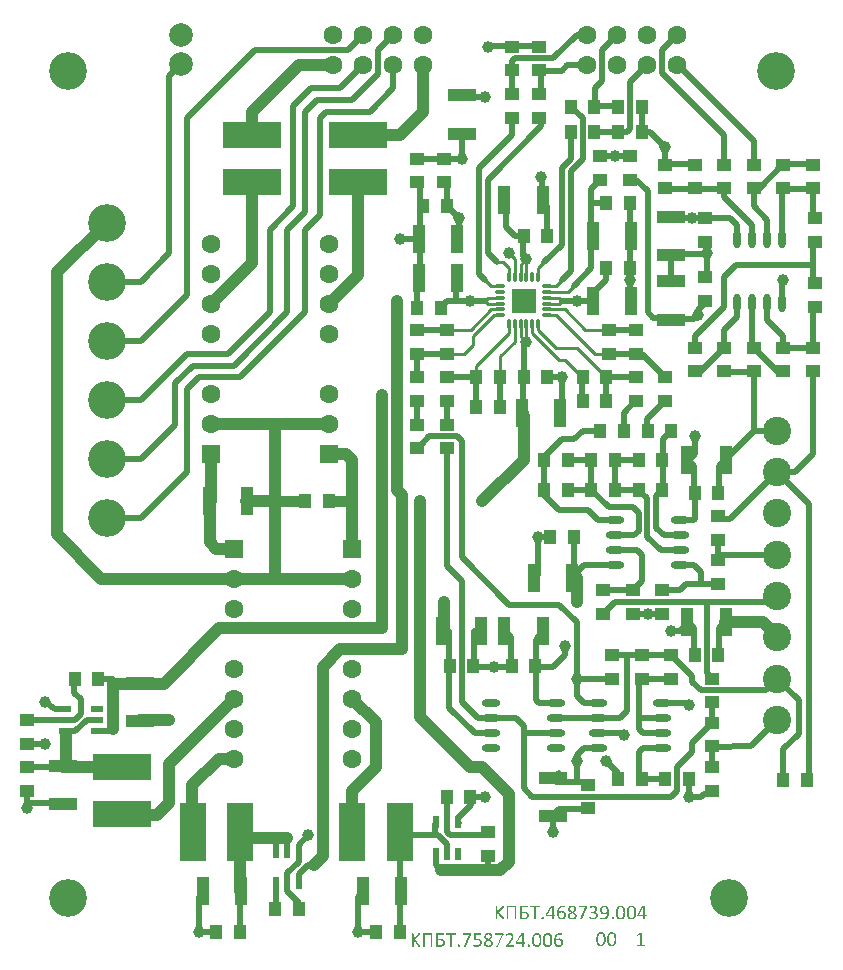
<source format=gtl>
G04*
G04 #@! TF.GenerationSoftware,Altium Limited,Altium Designer,21.3.2 (30)*
G04*
G04 Layer_Physical_Order=1*
G04 Layer_Color=255*
%FSLAX44Y44*%
%MOMM*%
G71*
G04*
G04 #@! TF.SameCoordinates,5F18C444-2927-46CB-AB6B-11653520DC00*
G04*
G04*
G04 #@! TF.FilePolarity,Positive*
G04*
G01*
G75*
%ADD10C,0.2500*%
%ADD13O,1.5500X0.6000*%
%ADD14O,0.6000X1.5500*%
%ADD15R,1.0000X1.2500*%
%ADD16R,1.0000X2.4000*%
%ADD17R,2.0000X2.0000*%
%ADD18O,1.0000X0.3000*%
%ADD19O,0.3000X1.0000*%
%ADD20R,0.6000X1.0000*%
%ADD21R,2.2000X5.0000*%
%ADD22R,5.0000X2.2000*%
%ADD23R,2.4000X1.0000*%
%ADD24R,1.2500X1.0000*%
%ADD25R,1.0000X0.6000*%
%ADD26C,1.0000*%
%ADD45C,0.5000*%
%ADD46C,0.9500*%
%ADD47C,1.6000*%
%ADD48R,1.6000X1.6000*%
%ADD49C,3.2000*%
%ADD50C,2.4000*%
%ADD51C,2.0000*%
%ADD52C,1.0000*%
G36*
X467032Y20485D02*
X467268Y20463D01*
X467332D01*
X467397Y20442D01*
X467483D01*
X467676Y20399D01*
X467891Y20356D01*
X467934D01*
X468062Y20313D01*
X468213Y20270D01*
X468363Y20206D01*
X468384Y20184D01*
X468470Y20163D01*
X468556Y20120D01*
X468620Y20077D01*
X468642D01*
X468663Y20056D01*
X468706Y19970D01*
X468728Y19948D01*
X468770Y19841D01*
X468792Y19798D01*
Y19691D01*
Y19669D01*
X468813Y19648D01*
Y19583D01*
Y19497D01*
Y19476D01*
Y19412D01*
Y19326D01*
X468792Y19218D01*
Y19197D01*
Y19154D01*
X468749Y19025D01*
X468728Y18982D01*
X468685Y18918D01*
X468663D01*
X468556Y18897D01*
X468492D01*
X468406Y18918D01*
X468298Y18961D01*
X468277Y18982D01*
X468191Y19004D01*
X468062Y19047D01*
X467891Y19090D01*
X467848Y19111D01*
X467740Y19133D01*
X467547Y19197D01*
X467311Y19240D01*
X467290D01*
X467247Y19261D01*
X467182D01*
X467075Y19283D01*
X466839Y19304D01*
X466388D01*
X466238Y19283D01*
X466045Y19261D01*
X465809Y19218D01*
X465573Y19154D01*
X465336Y19068D01*
X465100Y18961D01*
X465079Y18939D01*
X465014Y18897D01*
X464907Y18832D01*
X464757Y18725D01*
X464607Y18596D01*
X464456Y18446D01*
X464285Y18253D01*
X464134Y18060D01*
X464113Y18038D01*
X464070Y17952D01*
X464006Y17845D01*
X463941Y17695D01*
X463834Y17501D01*
X463748Y17265D01*
X463662Y17029D01*
X463598Y16750D01*
Y16707D01*
X463577Y16622D01*
X463534Y16471D01*
X463512Y16278D01*
X463469Y16063D01*
X463426Y15784D01*
X463405Y15505D01*
X463383Y15205D01*
X463405D01*
X463426Y15226D01*
X463534Y15291D01*
X463705Y15377D01*
X463898Y15462D01*
X463920D01*
X463941Y15484D01*
X464006Y15505D01*
X464092Y15548D01*
X464285Y15634D01*
X464521Y15699D01*
X464542D01*
X464585Y15720D01*
X464650Y15741D01*
X464735Y15763D01*
X464972Y15827D01*
X465229Y15870D01*
X465251D01*
X465294Y15892D01*
X465379D01*
X465487Y15913D01*
X465744Y15935D01*
X466045Y15956D01*
X466195D01*
X466367Y15935D01*
X466581D01*
X466839Y15892D01*
X467096Y15849D01*
X467354Y15784D01*
X467590Y15699D01*
X467612Y15677D01*
X467697Y15656D01*
X467805Y15591D01*
X467955Y15505D01*
X468298Y15291D01*
X468470Y15141D01*
X468620Y14990D01*
X468642Y14969D01*
X468685Y14905D01*
X468749Y14819D01*
X468856Y14711D01*
X468942Y14561D01*
X469028Y14368D01*
X469135Y14175D01*
X469200Y13960D01*
Y13939D01*
X469221Y13853D01*
X469264Y13724D01*
X469286Y13574D01*
X469329Y13381D01*
X469350Y13145D01*
X469371Y12908D01*
Y12651D01*
Y12608D01*
Y12522D01*
X469350Y12372D01*
Y12179D01*
X469307Y11964D01*
X469264Y11728D01*
X469221Y11449D01*
X469135Y11191D01*
Y11170D01*
X469092Y11084D01*
X469028Y10955D01*
X468964Y10784D01*
X468856Y10590D01*
X468728Y10376D01*
X468599Y10183D01*
X468427Y9968D01*
X468406Y9947D01*
X468341Y9882D01*
X468234Y9775D01*
X468105Y9668D01*
X467934Y9517D01*
X467719Y9388D01*
X467483Y9238D01*
X467225Y9110D01*
X467182Y9088D01*
X467096Y9067D01*
X466946Y9024D01*
X466731Y8959D01*
X466495Y8895D01*
X466195Y8852D01*
X465873Y8830D01*
X465508Y8809D01*
X465251D01*
X465079Y8830D01*
X464886Y8852D01*
X464671Y8873D01*
X464242Y8981D01*
X464220D01*
X464156Y9024D01*
X464049Y9045D01*
X463920Y9110D01*
X463619Y9260D01*
X463297Y9474D01*
X463276Y9496D01*
X463233Y9539D01*
X463147Y9603D01*
X463061Y9689D01*
X462954Y9818D01*
X462847Y9947D01*
X462611Y10268D01*
Y10290D01*
X462568Y10354D01*
X462525Y10440D01*
X462460Y10590D01*
X462396Y10741D01*
X462332Y10912D01*
X462181Y11342D01*
Y11363D01*
X462160Y11449D01*
X462138Y11578D01*
X462095Y11749D01*
X462074Y11943D01*
X462031Y12157D01*
X461967Y12672D01*
Y12715D01*
Y12801D01*
X461945Y12951D01*
Y13145D01*
X461924Y13381D01*
Y13638D01*
X461902Y13939D01*
Y14239D01*
Y14282D01*
Y14368D01*
Y14518D01*
Y14690D01*
X461924Y14926D01*
Y15162D01*
X461967Y15699D01*
Y15741D01*
X461988Y15827D01*
X462010Y15978D01*
X462031Y16171D01*
X462074Y16385D01*
X462117Y16622D01*
X462246Y17137D01*
Y17179D01*
X462289Y17265D01*
X462332Y17394D01*
X462396Y17566D01*
X462482Y17759D01*
X462568Y17995D01*
X462804Y18446D01*
X462825Y18467D01*
X462868Y18553D01*
X462933Y18661D01*
X463040Y18811D01*
X463169Y18982D01*
X463319Y19154D01*
X463662Y19519D01*
X463684Y19540D01*
X463748Y19605D01*
X463877Y19669D01*
X464027Y19777D01*
X464199Y19884D01*
X464413Y20013D01*
X464671Y20120D01*
X464929Y20227D01*
X464972Y20249D01*
X465057Y20270D01*
X465208Y20313D01*
X465422Y20378D01*
X465658Y20420D01*
X465959Y20463D01*
X466281Y20485D01*
X466624Y20506D01*
X466817D01*
X467032Y20485D01*
D02*
G37*
G36*
X348041Y20399D02*
X348170Y20378D01*
X348191D01*
X348256Y20356D01*
X348320Y20335D01*
X348385Y20313D01*
X348406D01*
X348428Y20292D01*
X348470Y20270D01*
X348492Y20227D01*
X348513Y20206D01*
X348535Y20120D01*
Y20099D01*
Y20056D01*
X348513Y19970D01*
X348470Y19884D01*
Y19862D01*
X348428Y19798D01*
X348363Y19712D01*
X348256Y19583D01*
X344500Y15076D01*
X348556Y9668D01*
X348578Y9625D01*
X348642Y9560D01*
X348685Y9453D01*
X348728Y9367D01*
Y9345D01*
X348749Y9324D01*
X348771Y9217D01*
Y9174D01*
X348728Y9088D01*
X348707Y9067D01*
X348685Y9045D01*
X348621Y9002D01*
X348599D01*
X348556Y8981D01*
X348492D01*
X348385Y8959D01*
X348277D01*
X348148Y8938D01*
X347655D01*
X347483Y8959D01*
X347462D01*
X347376Y8981D01*
X347268Y9002D01*
X347183Y9045D01*
X347161Y9067D01*
X347140Y9110D01*
X347054Y9217D01*
X342869Y14905D01*
Y9217D01*
Y9174D01*
X342826Y9088D01*
X342804Y9045D01*
X342697Y9002D01*
X342675D01*
X342632Y8981D01*
X342568D01*
X342461Y8959D01*
X342375D01*
X342268Y8938D01*
X341881D01*
X341753Y8959D01*
X341731D01*
X341667Y8981D01*
X341581D01*
X341516Y9002D01*
X341495D01*
X341474Y9024D01*
X341388Y9088D01*
Y9110D01*
Y9131D01*
X341366Y9217D01*
Y20120D01*
Y20141D01*
Y20163D01*
X341388Y20249D01*
Y20270D01*
X341431Y20292D01*
X341516Y20335D01*
X341538D01*
X341581Y20356D01*
X341645D01*
X341753Y20378D01*
X341774D01*
X341860Y20399D01*
X341967Y20420D01*
X342246D01*
X342353Y20399D01*
X342461Y20378D01*
X342482D01*
X342547Y20356D01*
X342632D01*
X342697Y20335D01*
X342718D01*
X342740Y20313D01*
X342826Y20249D01*
X342847Y20227D01*
X342869Y20120D01*
Y15076D01*
X346882Y20120D01*
X346904Y20141D01*
X346925Y20163D01*
X347011Y20249D01*
X347032Y20270D01*
X347054Y20292D01*
X347183Y20335D01*
X347204D01*
X347247Y20356D01*
X347333Y20378D01*
X347419Y20399D01*
X347440D01*
X347526Y20420D01*
X347934D01*
X348041Y20399D01*
D02*
G37*
G36*
X399703Y20313D02*
X399724D01*
X399745Y20292D01*
X399810Y20184D01*
Y20163D01*
X399831Y20141D01*
X399853Y20077D01*
X399874Y19991D01*
Y19970D01*
X399896Y19905D01*
X399917Y19820D01*
Y19691D01*
Y19669D01*
Y19648D01*
Y19519D01*
X399874Y19369D01*
X399831Y19218D01*
X399810Y19197D01*
X399767Y19133D01*
X399703Y19068D01*
X399595Y19047D01*
X395517D01*
Y15849D01*
X395560D01*
X395689Y15870D01*
X395882Y15892D01*
X396226D01*
X396311Y15913D01*
X396977D01*
X397170Y15892D01*
X397385D01*
X397642Y15849D01*
X397921Y15806D01*
X398200Y15763D01*
X398479Y15677D01*
X398501D01*
X398608Y15634D01*
X398737Y15570D01*
X398887Y15505D01*
X399080Y15420D01*
X399273Y15291D01*
X399467Y15162D01*
X399660Y15012D01*
X399681Y14990D01*
X399745Y14926D01*
X399831Y14840D01*
X399917Y14711D01*
X400046Y14561D01*
X400153Y14389D01*
X400261Y14175D01*
X400368Y13960D01*
X400389Y13939D01*
X400411Y13853D01*
X400454Y13724D01*
X400497Y13574D01*
X400540Y13381D01*
X400583Y13145D01*
X400625Y12887D01*
Y12629D01*
Y12586D01*
Y12479D01*
X400604Y12307D01*
X400583Y12071D01*
X400540Y11835D01*
X400497Y11556D01*
X400411Y11277D01*
X400303Y10998D01*
X400282Y10977D01*
X400239Y10891D01*
X400175Y10741D01*
X400089Y10590D01*
X399960Y10397D01*
X399810Y10183D01*
X399638Y9989D01*
X399424Y9796D01*
X399402Y9775D01*
X399316Y9710D01*
X399209Y9625D01*
X399059Y9517D01*
X398844Y9388D01*
X398629Y9281D01*
X398372Y9152D01*
X398093Y9045D01*
X398050D01*
X397964Y9002D01*
X397792Y8981D01*
X397578Y8938D01*
X397320Y8895D01*
X397041Y8852D01*
X396698Y8830D01*
X396354Y8809D01*
X396161D01*
X396032Y8830D01*
X395882D01*
X395732Y8852D01*
X395367Y8895D01*
X395346D01*
X395281Y8916D01*
X395195D01*
X395088Y8938D01*
X394809Y9002D01*
X394509Y9067D01*
X394487D01*
X394444Y9088D01*
X394380Y9110D01*
X394294Y9131D01*
X394101Y9195D01*
X393908Y9281D01*
X393865Y9303D01*
X393779Y9345D01*
X393671Y9388D01*
X393607Y9431D01*
Y9453D01*
X393564Y9474D01*
X393500Y9539D01*
Y9560D01*
X393478Y9582D01*
X393457Y9668D01*
Y9689D01*
Y9732D01*
X393435Y9861D01*
Y9882D01*
Y9947D01*
Y10032D01*
Y10140D01*
Y10161D01*
Y10225D01*
Y10397D01*
Y10419D01*
X393457Y10462D01*
Y10526D01*
X393478Y10590D01*
Y10612D01*
X393500Y10633D01*
X393564Y10719D01*
X393586D01*
X393607Y10741D01*
X393671Y10762D01*
X393693D01*
X393736Y10741D01*
X393822Y10719D01*
X393951Y10633D01*
X393993Y10612D01*
X394079Y10569D01*
X394251Y10483D01*
X394444Y10397D01*
X394466D01*
X394509Y10376D01*
X394573Y10354D01*
X394659Y10311D01*
X394916Y10247D01*
X395217Y10161D01*
X395238D01*
X395303Y10140D01*
X395410Y10118D01*
X395539D01*
X395689Y10097D01*
X395882Y10075D01*
X396097Y10054D01*
X396526D01*
X396676Y10075D01*
X396848D01*
X397020Y10118D01*
X397406Y10183D01*
X397427D01*
X397492Y10204D01*
X397578Y10247D01*
X397706Y10290D01*
X397964Y10440D01*
X398243Y10633D01*
X398265Y10655D01*
X398307Y10698D01*
X398372Y10762D01*
X398458Y10848D01*
X398629Y11084D01*
X398801Y11385D01*
Y11406D01*
X398844Y11470D01*
X398866Y11556D01*
X398908Y11685D01*
X398951Y11857D01*
X398973Y12028D01*
X399016Y12243D01*
Y12479D01*
Y12501D01*
Y12565D01*
Y12672D01*
X398994Y12801D01*
X398951Y13123D01*
X398844Y13445D01*
Y13466D01*
X398823Y13509D01*
X398780Y13595D01*
X398715Y13702D01*
X398544Y13917D01*
X398307Y14153D01*
X398286Y14175D01*
X398243Y14196D01*
X398157Y14239D01*
X398050Y14303D01*
X397921Y14368D01*
X397771Y14454D01*
X397406Y14561D01*
X397385D01*
X397320Y14583D01*
X397191Y14604D01*
X397041Y14647D01*
X396848Y14668D01*
X396633Y14690D01*
X396376Y14711D01*
X395775D01*
X395474Y14690D01*
X395174Y14647D01*
X395109D01*
X395045Y14625D01*
X394938D01*
X394723Y14604D01*
X394423D01*
X394315Y14625D01*
X394208Y14647D01*
X394101Y14711D01*
X394079Y14733D01*
X394058Y14797D01*
X394036Y14947D01*
X394015Y15141D01*
Y19777D01*
Y19798D01*
Y19820D01*
X394036Y19927D01*
X394079Y20077D01*
X394144Y20206D01*
X394165Y20227D01*
X394251Y20292D01*
X394358Y20335D01*
X394530Y20356D01*
X399617D01*
X399703Y20313D01*
D02*
G37*
G36*
X424535Y20506D02*
X424728D01*
X424964Y20463D01*
X425201Y20420D01*
X425458Y20378D01*
X425694Y20292D01*
X425716D01*
X425802Y20249D01*
X425909Y20206D01*
X426059Y20120D01*
X426403Y19927D01*
X426725Y19648D01*
X426746Y19626D01*
X426789Y19583D01*
X426875Y19497D01*
X426961Y19369D01*
X427046Y19240D01*
X427154Y19068D01*
X427326Y18703D01*
Y18682D01*
X427368Y18618D01*
X427390Y18510D01*
X427433Y18360D01*
X427476Y18188D01*
X427497Y17995D01*
X427540Y17566D01*
Y17544D01*
Y17480D01*
Y17351D01*
X427519Y17222D01*
Y17051D01*
X427497Y16879D01*
X427433Y16471D01*
Y16450D01*
X427411Y16385D01*
X427390Y16278D01*
X427347Y16128D01*
X427282Y15956D01*
X427197Y15763D01*
X427004Y15312D01*
X426982Y15291D01*
X426939Y15205D01*
X426875Y15076D01*
X426789Y14905D01*
X426660Y14690D01*
X426488Y14454D01*
X426317Y14196D01*
X426102Y13917D01*
X426081Y13874D01*
X425995Y13788D01*
X425866Y13617D01*
X425694Y13402D01*
X425480Y13145D01*
X425201Y12844D01*
X424900Y12501D01*
X424557Y12136D01*
X422754Y10268D01*
X427755D01*
X427841Y10225D01*
X427862D01*
X427883Y10204D01*
X427948Y10097D01*
Y10075D01*
X427969Y10032D01*
X427991Y9968D01*
X428012Y9882D01*
Y9861D01*
X428034Y9818D01*
X428055Y9732D01*
Y9625D01*
Y9603D01*
Y9539D01*
X428034Y9453D01*
X428012Y9345D01*
Y9324D01*
X427991Y9281D01*
X427948Y9131D01*
Y9110D01*
X427926Y9088D01*
X427862Y9002D01*
X427819D01*
X427712Y8981D01*
X421359D01*
X421208Y9002D01*
X421187D01*
X421166Y9024D01*
X421037Y9088D01*
Y9110D01*
X420994Y9152D01*
X420972Y9217D01*
X420951Y9303D01*
Y9324D01*
Y9388D01*
X420929Y9496D01*
Y9625D01*
Y9668D01*
Y9732D01*
Y9839D01*
Y9947D01*
Y9968D01*
X420951Y10032D01*
X420994Y10161D01*
Y10183D01*
X421015Y10225D01*
X421101Y10376D01*
X421123Y10397D01*
X421144Y10440D01*
X421273Y10590D01*
X423569Y12930D01*
X423612Y12973D01*
X423698Y13059D01*
X423848Y13230D01*
X424020Y13424D01*
X424213Y13638D01*
X424428Y13896D01*
X424621Y14132D01*
X424814Y14389D01*
X424836Y14411D01*
X424900Y14497D01*
X424986Y14625D01*
X425093Y14776D01*
X425222Y14947D01*
X425351Y15141D01*
X425458Y15355D01*
X425565Y15548D01*
X425587Y15570D01*
X425608Y15634D01*
X425651Y15741D01*
X425716Y15870D01*
X425823Y16192D01*
X425909Y16514D01*
Y16536D01*
X425930Y16579D01*
Y16664D01*
X425952Y16772D01*
X425973Y17029D01*
X425995Y17308D01*
Y17330D01*
Y17373D01*
Y17459D01*
X425973Y17544D01*
X425952Y17780D01*
X425866Y18038D01*
Y18060D01*
X425844Y18103D01*
X425823Y18167D01*
X425780Y18253D01*
X425651Y18446D01*
X425480Y18639D01*
Y18661D01*
X425437Y18682D01*
X425308Y18789D01*
X425136Y18918D01*
X424879Y19047D01*
X424857D01*
X424814Y19068D01*
X424728Y19090D01*
X424643Y19133D01*
X424514Y19154D01*
X424364Y19176D01*
X424042Y19197D01*
X423848D01*
X423720Y19176D01*
X423398Y19133D01*
X423054Y19047D01*
X423033D01*
X422990Y19025D01*
X422904Y18982D01*
X422797Y18939D01*
X422539Y18832D01*
X422282Y18703D01*
X422260D01*
X422239Y18682D01*
X422089Y18596D01*
X421917Y18489D01*
X421724Y18382D01*
X421681Y18360D01*
X421595Y18317D01*
X421488Y18274D01*
X421402Y18253D01*
X421359D01*
X421273Y18274D01*
X421251Y18296D01*
X421187Y18382D01*
Y18403D01*
X421166Y18446D01*
Y18510D01*
X421144Y18596D01*
Y18618D01*
Y18682D01*
Y18789D01*
Y18918D01*
Y18939D01*
Y19004D01*
Y19133D01*
Y19154D01*
Y19197D01*
X421166Y19304D01*
Y19326D01*
X421187Y19347D01*
X421230Y19433D01*
Y19455D01*
X421273Y19476D01*
X421359Y19583D01*
X421380Y19605D01*
X421445Y19648D01*
X421552Y19734D01*
X421724Y19841D01*
X421745D01*
X421767Y19862D01*
X421831Y19905D01*
X421917Y19927D01*
X422131Y20034D01*
X422389Y20141D01*
X422410D01*
X422453Y20163D01*
X422539Y20206D01*
X422646Y20249D01*
X422775Y20292D01*
X422925Y20335D01*
X423247Y20420D01*
X423269D01*
X423333Y20442D01*
X423419Y20463D01*
X423548Y20485D01*
X423698D01*
X423870Y20506D01*
X424235Y20528D01*
X424385D01*
X424535Y20506D01*
D02*
G37*
G36*
X368517Y20313D02*
X368538D01*
X368560Y20292D01*
X368624Y20184D01*
Y20163D01*
X368646Y20141D01*
X368667Y20077D01*
X368689Y19991D01*
Y19970D01*
X368710Y19927D01*
Y19820D01*
Y19712D01*
Y19691D01*
Y19605D01*
Y19519D01*
X368689Y19412D01*
Y19390D01*
X368667Y19347D01*
X368624Y19218D01*
X368603Y19176D01*
X368517Y19111D01*
X368495D01*
X368388Y19090D01*
X363452D01*
Y15527D01*
X365705D01*
X365920Y15505D01*
X366156D01*
X366435Y15462D01*
X366735Y15420D01*
X367014Y15377D01*
X367293Y15291D01*
X367315D01*
X367401Y15248D01*
X367529Y15205D01*
X367701Y15141D01*
X367873Y15033D01*
X368066Y14926D01*
X368452Y14647D01*
X368474Y14625D01*
X368538Y14583D01*
X368624Y14497D01*
X368731Y14368D01*
X368839Y14218D01*
X368968Y14067D01*
X369075Y13874D01*
X369182Y13660D01*
X369204Y13638D01*
X369225Y13552D01*
X369268Y13445D01*
X369311Y13273D01*
X369354Y13080D01*
X369397Y12866D01*
X369440Y12608D01*
Y12350D01*
Y12329D01*
Y12243D01*
Y12114D01*
X369418Y11943D01*
X369397Y11749D01*
X369354Y11535D01*
X369225Y11084D01*
Y11063D01*
X369182Y10977D01*
X369139Y10869D01*
X369053Y10719D01*
X368968Y10569D01*
X368839Y10376D01*
X368710Y10183D01*
X368538Y10011D01*
X368517Y9989D01*
X368452Y9925D01*
X368345Y9839D01*
X368216Y9732D01*
X368045Y9625D01*
X367830Y9496D01*
X367594Y9367D01*
X367315Y9260D01*
X367272Y9238D01*
X367186Y9217D01*
X367014Y9174D01*
X366778Y9131D01*
X366478Y9067D01*
X366134Y9024D01*
X365727Y9002D01*
X365255Y8981D01*
X362464D01*
X362378Y9002D01*
X362250Y9045D01*
X362121Y9110D01*
X362099Y9131D01*
X362035Y9217D01*
X361971Y9367D01*
X361949Y9474D01*
Y9603D01*
Y19734D01*
Y19755D01*
Y19798D01*
X361971Y19927D01*
X362014Y20077D01*
X362121Y20206D01*
X362142Y20227D01*
X362228Y20292D01*
X362357Y20335D01*
X362486Y20356D01*
X368431D01*
X368517Y20313D01*
D02*
G37*
G36*
X435224Y20399D02*
X435396Y20378D01*
X435438D01*
X435524Y20356D01*
X435632Y20335D01*
X435739Y20313D01*
X435760D01*
X435825Y20292D01*
X435889Y20270D01*
X435954Y20227D01*
X435975D01*
X435997Y20206D01*
X436018Y20163D01*
X436039Y20099D01*
Y12844D01*
X437327D01*
X437392Y12823D01*
X437477Y12780D01*
X437542Y12672D01*
X437563Y12651D01*
X437606Y12565D01*
X437628Y12415D01*
X437649Y12222D01*
Y12200D01*
Y12179D01*
Y12050D01*
X437606Y11900D01*
X437563Y11749D01*
X437542Y11728D01*
X437499Y11685D01*
X437413Y11621D01*
X437306Y11599D01*
X436039D01*
Y9195D01*
Y9152D01*
X435997Y9067D01*
X435975Y9045D01*
X435868Y9002D01*
X435846D01*
X435803Y8981D01*
X435739D01*
X435632Y8959D01*
X435524D01*
X435417Y8938D01*
X435031D01*
X434902Y8959D01*
X434880D01*
X434816Y8981D01*
X434730D01*
X434666Y9002D01*
X434644D01*
X434623Y9024D01*
X434580Y9045D01*
X434558Y9067D01*
Y9088D01*
Y9110D01*
X434537Y9195D01*
Y11599D01*
X429794D01*
X429686Y11621D01*
X429644Y11642D01*
X429558Y11707D01*
Y11728D01*
X429536Y11771D01*
X429515Y11835D01*
X429493Y11921D01*
Y11943D01*
Y12007D01*
X429472Y12114D01*
Y12264D01*
Y12286D01*
Y12350D01*
Y12436D01*
Y12543D01*
Y12565D01*
Y12629D01*
X429493Y12801D01*
Y12823D01*
X429515Y12866D01*
X429579Y12994D01*
Y13016D01*
X429600Y13059D01*
X429644Y13145D01*
X429686Y13230D01*
X433743Y20141D01*
Y20163D01*
X433786Y20184D01*
X433872Y20249D01*
X433893Y20270D01*
X433936Y20292D01*
X434001Y20313D01*
X434086Y20335D01*
X434108D01*
X434194Y20356D01*
X434301Y20378D01*
X434430Y20399D01*
X434473D01*
X434558Y20420D01*
X435052D01*
X435224Y20399D01*
D02*
G37*
G36*
X418848Y20313D02*
X418869D01*
X418912Y20292D01*
X418955Y20270D01*
X418998Y20206D01*
Y20184D01*
X419019Y20163D01*
X419041Y20099D01*
X419062Y20013D01*
Y19991D01*
X419084Y19927D01*
X419105Y19820D01*
Y19691D01*
Y19669D01*
Y19605D01*
Y19519D01*
X419084Y19412D01*
Y19390D01*
X419062Y19326D01*
Y19240D01*
X419041Y19154D01*
Y19133D01*
X419019Y19090D01*
X418976Y18939D01*
Y18918D01*
X418955Y18875D01*
X418933Y18789D01*
X418890Y18703D01*
X414791Y9260D01*
Y9238D01*
X414770Y9217D01*
X414684Y9088D01*
X414662D01*
X414641Y9045D01*
X414512Y9002D01*
X414491D01*
X414448Y8981D01*
X414362D01*
X414254Y8959D01*
X414147D01*
X414018Y8938D01*
X413546D01*
X413396Y8959D01*
X413374D01*
X413310Y8981D01*
X413224Y9002D01*
X413160Y9024D01*
Y9045D01*
X413138Y9067D01*
X413117Y9110D01*
X413096Y9174D01*
Y9195D01*
Y9238D01*
X413117Y9303D01*
X413160Y9367D01*
X417474Y19025D01*
X411979D01*
X411915Y19047D01*
X411829Y19090D01*
X411743Y19197D01*
Y19240D01*
X411722Y19326D01*
X411700Y19476D01*
X411679Y19691D01*
Y19712D01*
Y19798D01*
Y19884D01*
X411700Y19970D01*
Y19991D01*
X411722Y20056D01*
X411765Y20184D01*
Y20206D01*
X411786Y20227D01*
X411851Y20313D01*
X411872D01*
X411894Y20335D01*
X412001Y20356D01*
X418719D01*
X418848Y20313D01*
D02*
G37*
G36*
X391482D02*
X391504D01*
X391547Y20292D01*
X391590Y20270D01*
X391632Y20206D01*
Y20184D01*
X391654Y20163D01*
X391675Y20099D01*
X391697Y20013D01*
Y19991D01*
X391718Y19927D01*
X391740Y19820D01*
Y19691D01*
Y19669D01*
Y19605D01*
Y19519D01*
X391718Y19412D01*
Y19390D01*
X391697Y19326D01*
Y19240D01*
X391675Y19154D01*
Y19133D01*
X391654Y19090D01*
X391611Y18939D01*
Y18918D01*
X391590Y18875D01*
X391568Y18789D01*
X391525Y18703D01*
X387426Y9260D01*
Y9238D01*
X387404Y9217D01*
X387318Y9088D01*
X387297D01*
X387276Y9045D01*
X387147Y9002D01*
X387125D01*
X387082Y8981D01*
X386996D01*
X386889Y8959D01*
X386782D01*
X386653Y8938D01*
X386181D01*
X386031Y8959D01*
X386009D01*
X385945Y8981D01*
X385859Y9002D01*
X385795Y9024D01*
Y9045D01*
X385773Y9067D01*
X385752Y9110D01*
X385730Y9174D01*
Y9195D01*
Y9238D01*
X385752Y9303D01*
X385795Y9367D01*
X390109Y19025D01*
X384614D01*
X384550Y19047D01*
X384464Y19090D01*
X384378Y19197D01*
Y19240D01*
X384356Y19326D01*
X384335Y19476D01*
X384314Y19691D01*
Y19712D01*
Y19798D01*
Y19884D01*
X384335Y19970D01*
Y19991D01*
X384356Y20056D01*
X384399Y20184D01*
Y20206D01*
X384421Y20227D01*
X384485Y20313D01*
X384507D01*
X384528Y20335D01*
X384636Y20356D01*
X391353D01*
X391482Y20313D01*
D02*
G37*
G36*
X378540D02*
X378562D01*
X378583Y20292D01*
X378647Y20184D01*
Y20163D01*
X378669Y20141D01*
X378690Y20077D01*
X378712Y19991D01*
Y19970D01*
X378733Y19905D01*
Y19820D01*
Y19691D01*
Y19669D01*
Y19583D01*
Y19497D01*
X378712Y19390D01*
Y19369D01*
X378690Y19326D01*
X378647Y19197D01*
X378626Y19154D01*
X378540Y19090D01*
X378519D01*
X378433Y19068D01*
X375235D01*
Y9217D01*
Y9195D01*
Y9174D01*
X375192Y9067D01*
X375170Y9045D01*
X375063Y9002D01*
X375042D01*
X374999Y8981D01*
X374934D01*
X374827Y8959D01*
X374741D01*
X374634Y8938D01*
X374248D01*
X374119Y8959D01*
X374097D01*
X374033Y8981D01*
X373947D01*
X373883Y9002D01*
X373861D01*
X373840Y9024D01*
X373754Y9067D01*
Y9088D01*
Y9110D01*
X373732Y9217D01*
Y19068D01*
X370470D01*
X370384Y19090D01*
X370363Y19111D01*
X370298Y19197D01*
Y19218D01*
X370277Y19261D01*
X370255Y19390D01*
Y19412D01*
Y19476D01*
X370234Y19562D01*
Y19691D01*
Y19712D01*
Y19798D01*
Y19884D01*
X370255Y19991D01*
Y20013D01*
X370277Y20056D01*
Y20120D01*
X370298Y20184D01*
Y20206D01*
X370320Y20227D01*
X370384Y20313D01*
X370406D01*
X370427Y20335D01*
X370513Y20356D01*
X378476D01*
X378540Y20313D01*
D02*
G37*
G36*
X358494Y20335D02*
X358622Y20292D01*
X358751Y20184D01*
X358773Y20163D01*
X358837Y20077D01*
X358880Y19927D01*
X358901Y19734D01*
Y9195D01*
Y9152D01*
X358858Y9067D01*
X358837Y9045D01*
X358730Y9002D01*
X358708D01*
X358665Y8981D01*
X358601D01*
X358494Y8959D01*
X358408D01*
X358301Y8938D01*
X357914D01*
X357785Y8959D01*
X357764D01*
X357700Y8981D01*
X357614D01*
X357549Y9002D01*
X357528D01*
X357506Y9024D01*
X357421Y9067D01*
Y9088D01*
Y9110D01*
X357399Y9195D01*
Y19047D01*
X352226D01*
Y9195D01*
Y9152D01*
X352183Y9067D01*
X352162Y9045D01*
X352055Y9002D01*
X352033D01*
X351990Y8981D01*
X351926D01*
X351819Y8959D01*
X351733D01*
X351626Y8938D01*
X351218D01*
X351089Y8959D01*
X351067D01*
X351025Y8981D01*
X350874Y9002D01*
X350853D01*
X350831Y9024D01*
X350746Y9067D01*
Y9088D01*
Y9110D01*
X350724Y9195D01*
Y19734D01*
Y19755D01*
Y19777D01*
X350746Y19905D01*
X350788Y20056D01*
X350874Y20184D01*
X350896Y20206D01*
X350982Y20270D01*
X351110Y20335D01*
X351261Y20356D01*
X358408D01*
X358494Y20335D01*
D02*
G37*
G36*
X440740Y10912D02*
X440976Y10848D01*
X441083Y10784D01*
X441169Y10719D01*
X441212Y10676D01*
X441233Y10633D01*
X441276Y10547D01*
X441319Y10440D01*
X441341Y10311D01*
X441384Y10140D01*
Y9925D01*
Y9904D01*
Y9818D01*
Y9710D01*
X441362Y9582D01*
X441298Y9303D01*
X441233Y9195D01*
X441169Y9088D01*
X441126Y9067D01*
X441083Y9024D01*
X440997Y9002D01*
X440890Y8959D01*
X440761Y8916D01*
X440611Y8895D01*
X440332D01*
X440246Y8916D01*
X440117D01*
X439881Y8981D01*
X439774Y9024D01*
X439688Y9088D01*
X439667Y9131D01*
X439624Y9174D01*
X439602Y9260D01*
X439559Y9367D01*
X439516Y9496D01*
X439495Y9668D01*
Y9882D01*
Y9904D01*
Y9989D01*
X439516Y10097D01*
Y10225D01*
X439581Y10505D01*
X439624Y10612D01*
X439688Y10719D01*
X439710D01*
X439731Y10762D01*
X439795Y10784D01*
X439860Y10826D01*
X439967Y10869D01*
X440096Y10891D01*
X440246Y10934D01*
X440611D01*
X440740Y10912D01*
D02*
G37*
G36*
X381459D02*
X381695Y10848D01*
X381802Y10784D01*
X381888Y10719D01*
X381931Y10676D01*
X381953Y10633D01*
X381996Y10547D01*
X382038Y10440D01*
X382060Y10311D01*
X382103Y10140D01*
Y9925D01*
Y9904D01*
Y9818D01*
Y9710D01*
X382081Y9582D01*
X382017Y9303D01*
X381953Y9195D01*
X381888Y9088D01*
X381845Y9067D01*
X381802Y9024D01*
X381717Y9002D01*
X381609Y8959D01*
X381480Y8916D01*
X381330Y8895D01*
X381051D01*
X380965Y8916D01*
X380837D01*
X380601Y8981D01*
X380493Y9024D01*
X380407Y9088D01*
X380386Y9131D01*
X380343Y9174D01*
X380322Y9260D01*
X380279Y9367D01*
X380236Y9496D01*
X380214Y9668D01*
Y9882D01*
Y9904D01*
Y9989D01*
X380236Y10097D01*
Y10225D01*
X380300Y10505D01*
X380343Y10612D01*
X380407Y10719D01*
X380429D01*
X380450Y10762D01*
X380515Y10784D01*
X380579Y10826D01*
X380686Y10869D01*
X380815Y10891D01*
X380965Y10934D01*
X381330D01*
X381459Y10912D01*
D02*
G37*
G36*
X456880Y20506D02*
X457138Y20485D01*
X457417Y20442D01*
X457717Y20356D01*
X458039Y20270D01*
X458318Y20141D01*
X458361Y20120D01*
X458447Y20077D01*
X458576Y19970D01*
X458747Y19862D01*
X458919Y19691D01*
X459134Y19497D01*
X459327Y19261D01*
X459498Y19004D01*
X459520Y18961D01*
X459563Y18875D01*
X459649Y18725D01*
X459756Y18510D01*
X459863Y18231D01*
X459971Y17931D01*
X460056Y17566D01*
X460142Y17179D01*
Y17158D01*
Y17137D01*
X460164Y17072D01*
Y16986D01*
X460207Y16750D01*
X460250Y16450D01*
X460271Y16085D01*
X460314Y15677D01*
X460336Y15205D01*
Y14690D01*
Y14668D01*
Y14625D01*
Y14561D01*
Y14475D01*
Y14346D01*
Y14218D01*
X460314Y13896D01*
X460293Y13531D01*
X460250Y13123D01*
X460121Y12286D01*
Y12264D01*
Y12243D01*
X460078Y12114D01*
X460035Y11900D01*
X459949Y11642D01*
X459863Y11363D01*
X459735Y11041D01*
X459606Y10719D01*
X459434Y10419D01*
X459413Y10376D01*
X459348Y10290D01*
X459241Y10161D01*
X459091Y9989D01*
X458919Y9796D01*
X458704Y9582D01*
X458447Y9388D01*
X458168Y9217D01*
X458125Y9195D01*
X458039Y9152D01*
X457867Y9088D01*
X457631Y9024D01*
X457352Y8938D01*
X457030Y8873D01*
X456665Y8830D01*
X456258Y8809D01*
X456086D01*
X455871Y8830D01*
X455635Y8852D01*
X455356Y8895D01*
X455056Y8959D01*
X454734Y9045D01*
X454455Y9174D01*
X454433Y9195D01*
X454326Y9238D01*
X454197Y9345D01*
X454025Y9453D01*
X453854Y9625D01*
X453639Y9818D01*
X453446Y10032D01*
X453274Y10290D01*
X453253Y10333D01*
X453210Y10419D01*
X453124Y10590D01*
X453017Y10805D01*
X452909Y11063D01*
X452823Y11385D01*
X452716Y11749D01*
X452630Y12136D01*
Y12157D01*
Y12179D01*
X452609Y12243D01*
Y12329D01*
X452587Y12565D01*
X452545Y12866D01*
X452523Y13230D01*
X452480Y13638D01*
X452459Y14110D01*
Y14625D01*
Y14647D01*
Y14690D01*
Y14754D01*
Y14840D01*
Y14969D01*
X452480Y15098D01*
Y15420D01*
X452502Y15784D01*
X452545Y16192D01*
X452587Y16600D01*
X452652Y17008D01*
Y17029D01*
X452673Y17051D01*
Y17115D01*
X452695Y17201D01*
X452738Y17394D01*
X452823Y17652D01*
X452909Y17952D01*
X453038Y18253D01*
X453167Y18575D01*
X453339Y18875D01*
X453360Y18918D01*
X453424Y19004D01*
X453532Y19154D01*
X453682Y19326D01*
X453854Y19519D01*
X454068Y19734D01*
X454305Y19927D01*
X454584Y20099D01*
X454626Y20120D01*
X454734Y20163D01*
X454884Y20227D01*
X455120Y20313D01*
X455399Y20399D01*
X455721Y20463D01*
X456086Y20506D01*
X456494Y20528D01*
X456687D01*
X456880Y20506D01*
D02*
G37*
G36*
X447758D02*
X448016Y20485D01*
X448295Y20442D01*
X448595Y20356D01*
X448917Y20270D01*
X449196Y20141D01*
X449239Y20120D01*
X449325Y20077D01*
X449454Y19970D01*
X449626Y19862D01*
X449797Y19691D01*
X450012Y19497D01*
X450205Y19261D01*
X450377Y19004D01*
X450398Y18961D01*
X450441Y18875D01*
X450527Y18725D01*
X450634Y18510D01*
X450742Y18231D01*
X450849Y17931D01*
X450935Y17566D01*
X451021Y17179D01*
Y17158D01*
Y17137D01*
X451042Y17072D01*
Y16986D01*
X451085Y16750D01*
X451128Y16450D01*
X451149Y16085D01*
X451192Y15677D01*
X451214Y15205D01*
Y14690D01*
Y14668D01*
Y14625D01*
Y14561D01*
Y14475D01*
Y14346D01*
Y14218D01*
X451192Y13896D01*
X451171Y13531D01*
X451128Y13123D01*
X450999Y12286D01*
Y12264D01*
Y12243D01*
X450956Y12114D01*
X450913Y11900D01*
X450827Y11642D01*
X450742Y11363D01*
X450613Y11041D01*
X450484Y10719D01*
X450312Y10419D01*
X450291Y10376D01*
X450227Y10290D01*
X450119Y10161D01*
X449969Y9989D01*
X449797Y9796D01*
X449583Y9582D01*
X449325Y9388D01*
X449046Y9217D01*
X449003Y9195D01*
X448917Y9152D01*
X448745Y9088D01*
X448509Y9024D01*
X448230Y8938D01*
X447909Y8873D01*
X447544Y8830D01*
X447136Y8809D01*
X446964D01*
X446749Y8830D01*
X446513Y8852D01*
X446234Y8895D01*
X445934Y8959D01*
X445612Y9045D01*
X445333Y9174D01*
X445312Y9195D01*
X445204Y9238D01*
X445075Y9345D01*
X444904Y9453D01*
X444732Y9625D01*
X444517Y9818D01*
X444324Y10032D01*
X444152Y10290D01*
X444131Y10333D01*
X444088Y10419D01*
X444002Y10590D01*
X443895Y10805D01*
X443788Y11063D01*
X443702Y11385D01*
X443594Y11749D01*
X443509Y12136D01*
Y12157D01*
Y12179D01*
X443487Y12243D01*
Y12329D01*
X443466Y12565D01*
X443423Y12866D01*
X443401Y13230D01*
X443358Y13638D01*
X443337Y14110D01*
Y14625D01*
Y14647D01*
Y14690D01*
Y14754D01*
Y14840D01*
Y14969D01*
X443358Y15098D01*
Y15420D01*
X443380Y15784D01*
X443423Y16192D01*
X443466Y16600D01*
X443530Y17008D01*
Y17029D01*
X443551Y17051D01*
Y17115D01*
X443573Y17201D01*
X443616Y17394D01*
X443702Y17652D01*
X443788Y17952D01*
X443916Y18253D01*
X444045Y18575D01*
X444217Y18875D01*
X444238Y18918D01*
X444303Y19004D01*
X444410Y19154D01*
X444560Y19326D01*
X444732Y19519D01*
X444947Y19734D01*
X445183Y19927D01*
X445462Y20099D01*
X445505Y20120D01*
X445612Y20163D01*
X445762Y20227D01*
X445998Y20313D01*
X446277Y20399D01*
X446599Y20463D01*
X446964Y20506D01*
X447372Y20528D01*
X447565D01*
X447758Y20506D01*
D02*
G37*
G36*
X406850D02*
X407064Y20485D01*
X407322Y20442D01*
X407579Y20378D01*
X407816Y20313D01*
X407837D01*
X407923Y20270D01*
X408030Y20227D01*
X408181Y20163D01*
X408524Y19970D01*
X408846Y19734D01*
X408867Y19712D01*
X408910Y19669D01*
X408996Y19605D01*
X409082Y19497D01*
X409168Y19369D01*
X409275Y19240D01*
X409447Y18897D01*
Y18875D01*
X409490Y18811D01*
X409511Y18725D01*
X409554Y18596D01*
X409597Y18446D01*
X409618Y18274D01*
X409661Y17866D01*
Y17845D01*
Y17780D01*
Y17695D01*
X409640Y17587D01*
X409597Y17308D01*
X409511Y17008D01*
Y16986D01*
X409490Y16944D01*
X409447Y16858D01*
X409404Y16750D01*
X409275Y16493D01*
X409082Y16214D01*
X409060Y16192D01*
X409039Y16149D01*
X408975Y16085D01*
X408889Y15999D01*
X408674Y15763D01*
X408395Y15527D01*
X408374Y15505D01*
X408331Y15462D01*
X408245Y15420D01*
X408116Y15334D01*
X407987Y15248D01*
X407816Y15141D01*
X407451Y14926D01*
X407472Y14905D01*
X407558Y14883D01*
X407665Y14819D01*
X407816Y14733D01*
X407987Y14647D01*
X408181Y14540D01*
X408567Y14303D01*
X408588Y14282D01*
X408653Y14239D01*
X408739Y14175D01*
X408846Y14089D01*
X409125Y13874D01*
X409382Y13595D01*
X409404Y13574D01*
X409447Y13531D01*
X409511Y13466D01*
X409576Y13359D01*
X409747Y13102D01*
X409897Y12801D01*
Y12780D01*
X409919Y12737D01*
X409962Y12651D01*
X409983Y12543D01*
X410026Y12393D01*
X410048Y12243D01*
X410069Y11878D01*
Y11857D01*
Y11749D01*
X410048Y11621D01*
X410026Y11449D01*
X410005Y11234D01*
X409962Y11020D01*
X409876Y10784D01*
X409790Y10569D01*
X409769Y10547D01*
X409747Y10483D01*
X409683Y10354D01*
X409597Y10225D01*
X409490Y10075D01*
X409361Y9904D01*
X409211Y9732D01*
X409039Y9582D01*
X409017Y9560D01*
X408953Y9517D01*
X408846Y9453D01*
X408696Y9367D01*
X408524Y9281D01*
X408309Y9174D01*
X408073Y9088D01*
X407816Y9002D01*
X407773D01*
X407687Y8981D01*
X407537Y8938D01*
X407343Y8916D01*
X407086Y8873D01*
X406807Y8830D01*
X406485Y8809D01*
X405820D01*
X405605Y8830D01*
X405369Y8852D01*
X405111Y8873D01*
X404553Y8981D01*
X404532D01*
X404446Y9024D01*
X404317Y9067D01*
X404145Y9131D01*
X403974Y9195D01*
X403759Y9281D01*
X403373Y9517D01*
X403351Y9539D01*
X403287Y9582D01*
X403201Y9668D01*
X403115Y9775D01*
X402986Y9904D01*
X402858Y10054D01*
X402643Y10419D01*
Y10440D01*
X402600Y10505D01*
X402579Y10633D01*
X402536Y10762D01*
X402493Y10955D01*
X402450Y11148D01*
X402428Y11385D01*
X402407Y11621D01*
Y11642D01*
Y11707D01*
Y11814D01*
X402428Y11943D01*
X402471Y12264D01*
X402579Y12608D01*
Y12629D01*
X402621Y12694D01*
X402643Y12780D01*
X402707Y12887D01*
X402858Y13145D01*
X403072Y13424D01*
X403094Y13445D01*
X403137Y13488D01*
X403201Y13574D01*
X403287Y13660D01*
X403416Y13767D01*
X403545Y13896D01*
X403866Y14132D01*
X403888Y14153D01*
X403952Y14196D01*
X404060Y14261D01*
X404188Y14346D01*
X404360Y14432D01*
X404553Y14540D01*
X404982Y14776D01*
X404961Y14797D01*
X404897Y14819D01*
X404789Y14883D01*
X404660Y14947D01*
X404360Y15141D01*
X404038Y15355D01*
X404017Y15377D01*
X403974Y15398D01*
X403888Y15462D01*
X403802Y15548D01*
X403587Y15763D01*
X403351Y15999D01*
X403330Y16020D01*
X403308Y16063D01*
X403265Y16128D01*
X403201Y16235D01*
X403051Y16471D01*
X402922Y16772D01*
Y16793D01*
X402901Y16836D01*
X402879Y16922D01*
X402858Y17029D01*
X402836Y17158D01*
X402815Y17308D01*
X402793Y17652D01*
Y17673D01*
Y17759D01*
X402815Y17866D01*
Y18017D01*
X402836Y18188D01*
X402879Y18382D01*
X403008Y18768D01*
X403029Y18789D01*
X403051Y18854D01*
X403094Y18961D01*
X403180Y19090D01*
X403373Y19390D01*
X403652Y19691D01*
X403673Y19712D01*
X403738Y19755D01*
X403824Y19820D01*
X403952Y19905D01*
X404103Y20013D01*
X404296Y20099D01*
X404510Y20206D01*
X404746Y20292D01*
X404768Y20313D01*
X404875Y20335D01*
X405004Y20378D01*
X405197Y20420D01*
X405433Y20463D01*
X405712Y20485D01*
X406013Y20528D01*
X406635D01*
X406850Y20506D01*
D02*
G37*
G36*
X469629Y43685D02*
X469865Y43663D01*
X469930D01*
X469994Y43642D01*
X470080D01*
X470273Y43599D01*
X470488Y43556D01*
X470531D01*
X470660Y43513D01*
X470810Y43470D01*
X470960Y43406D01*
X470982Y43384D01*
X471067Y43363D01*
X471153Y43320D01*
X471218Y43277D01*
X471239D01*
X471261Y43256D01*
X471303Y43170D01*
X471325Y43148D01*
X471368Y43041D01*
X471389Y42998D01*
Y42891D01*
Y42869D01*
X471411Y42848D01*
Y42783D01*
Y42698D01*
Y42676D01*
Y42612D01*
Y42526D01*
X471389Y42418D01*
Y42397D01*
Y42354D01*
X471347Y42225D01*
X471325Y42182D01*
X471282Y42118D01*
X471261D01*
X471153Y42097D01*
X471089D01*
X471003Y42118D01*
X470896Y42161D01*
X470874Y42182D01*
X470788Y42204D01*
X470660Y42247D01*
X470488Y42290D01*
X470445Y42311D01*
X470338Y42333D01*
X470145Y42397D01*
X469908Y42440D01*
X469887D01*
X469844Y42461D01*
X469780D01*
X469672Y42483D01*
X469436Y42504D01*
X468985D01*
X468835Y42483D01*
X468642Y42461D01*
X468406Y42418D01*
X468170Y42354D01*
X467934Y42268D01*
X467698Y42161D01*
X467676Y42140D01*
X467612Y42097D01*
X467505Y42032D01*
X467354Y41925D01*
X467204Y41796D01*
X467054Y41646D01*
X466882Y41453D01*
X466732Y41259D01*
X466710Y41238D01*
X466668Y41152D01*
X466603Y41045D01*
X466539Y40895D01*
X466431Y40701D01*
X466346Y40465D01*
X466260Y40229D01*
X466195Y39950D01*
Y39907D01*
X466174Y39822D01*
X466131Y39671D01*
X466110Y39478D01*
X466067Y39263D01*
X466024Y38984D01*
X466002Y38705D01*
X465981Y38405D01*
X466002D01*
X466024Y38426D01*
X466131Y38491D01*
X466303Y38577D01*
X466496Y38663D01*
X466517D01*
X466539Y38684D01*
X466603Y38705D01*
X466689Y38748D01*
X466882Y38834D01*
X467118Y38899D01*
X467140D01*
X467183Y38920D01*
X467247Y38942D01*
X467333Y38963D01*
X467569Y39027D01*
X467826Y39070D01*
X467848D01*
X467891Y39092D01*
X467977D01*
X468084Y39113D01*
X468342Y39135D01*
X468642Y39156D01*
X468792D01*
X468964Y39135D01*
X469179D01*
X469436Y39092D01*
X469694Y39049D01*
X469951Y38984D01*
X470187Y38899D01*
X470209Y38877D01*
X470295Y38856D01*
X470402Y38791D01*
X470552Y38705D01*
X470896Y38491D01*
X471067Y38340D01*
X471218Y38190D01*
X471239Y38169D01*
X471282Y38104D01*
X471347Y38019D01*
X471454Y37911D01*
X471540Y37761D01*
X471626Y37568D01*
X471733Y37375D01*
X471797Y37160D01*
Y37139D01*
X471819Y37053D01*
X471862Y36924D01*
X471883Y36774D01*
X471926Y36581D01*
X471947Y36344D01*
X471969Y36108D01*
Y35851D01*
Y35808D01*
Y35722D01*
X471947Y35572D01*
Y35379D01*
X471904Y35164D01*
X471862Y34928D01*
X471819Y34649D01*
X471733Y34391D01*
Y34370D01*
X471690Y34284D01*
X471626Y34155D01*
X471561Y33984D01*
X471454Y33790D01*
X471325Y33576D01*
X471196Y33383D01*
X471025Y33168D01*
X471003Y33147D01*
X470939Y33082D01*
X470831Y32975D01*
X470703Y32868D01*
X470531Y32717D01*
X470316Y32589D01*
X470080Y32438D01*
X469823Y32309D01*
X469780Y32288D01*
X469694Y32266D01*
X469544Y32224D01*
X469329Y32159D01*
X469093Y32095D01*
X468792Y32052D01*
X468470Y32030D01*
X468106Y32009D01*
X467848D01*
X467676Y32030D01*
X467483Y32052D01*
X467268Y32073D01*
X466839Y32181D01*
X466818D01*
X466753Y32224D01*
X466646Y32245D01*
X466517Y32309D01*
X466217Y32460D01*
X465895Y32674D01*
X465873Y32696D01*
X465830Y32739D01*
X465745Y32803D01*
X465659Y32889D01*
X465551Y33018D01*
X465444Y33147D01*
X465208Y33468D01*
Y33490D01*
X465165Y33554D01*
X465122Y33640D01*
X465058Y33790D01*
X464993Y33941D01*
X464929Y34112D01*
X464779Y34542D01*
Y34563D01*
X464757Y34649D01*
X464736Y34778D01*
X464693Y34949D01*
X464672Y35143D01*
X464628Y35357D01*
X464564Y35872D01*
Y35915D01*
Y36001D01*
X464543Y36151D01*
Y36344D01*
X464521Y36581D01*
Y36838D01*
X464500Y37139D01*
Y37439D01*
Y37482D01*
Y37568D01*
Y37718D01*
Y37890D01*
X464521Y38126D01*
Y38362D01*
X464564Y38899D01*
Y38942D01*
X464586Y39027D01*
X464607Y39178D01*
X464628Y39371D01*
X464672Y39585D01*
X464714Y39822D01*
X464843Y40337D01*
Y40380D01*
X464886Y40465D01*
X464929Y40594D01*
X464993Y40766D01*
X465079Y40959D01*
X465165Y41195D01*
X465401Y41646D01*
X465423Y41667D01*
X465466Y41753D01*
X465530Y41860D01*
X465637Y42011D01*
X465766Y42182D01*
X465916Y42354D01*
X466260Y42719D01*
X466281Y42741D01*
X466346Y42805D01*
X466474Y42869D01*
X466625Y42976D01*
X466796Y43084D01*
X467011Y43213D01*
X467268Y43320D01*
X467526Y43427D01*
X467569Y43449D01*
X467655Y43470D01*
X467805Y43513D01*
X468020Y43577D01*
X468256Y43620D01*
X468556Y43663D01*
X468878Y43685D01*
X469222Y43706D01*
X469415D01*
X469629Y43685D01*
D02*
G37*
G36*
X419041Y43599D02*
X419170Y43577D01*
X419191D01*
X419256Y43556D01*
X419320Y43535D01*
X419384Y43513D01*
X419406D01*
X419427Y43492D01*
X419470Y43470D01*
X419492Y43427D01*
X419513Y43406D01*
X419535Y43320D01*
Y43299D01*
Y43256D01*
X419513Y43170D01*
X419470Y43084D01*
Y43062D01*
X419427Y42998D01*
X419363Y42912D01*
X419256Y42783D01*
X415500Y38276D01*
X419556Y32868D01*
X419578Y32824D01*
X419642Y32760D01*
X419685Y32653D01*
X419728Y32567D01*
Y32545D01*
X419749Y32524D01*
X419771Y32417D01*
Y32374D01*
X419728Y32288D01*
X419706Y32266D01*
X419685Y32245D01*
X419621Y32202D01*
X419599D01*
X419556Y32181D01*
X419492D01*
X419384Y32159D01*
X419277D01*
X419148Y32138D01*
X418655D01*
X418483Y32159D01*
X418462D01*
X418376Y32181D01*
X418269Y32202D01*
X418183Y32245D01*
X418161Y32266D01*
X418140Y32309D01*
X418054Y32417D01*
X413868Y38104D01*
Y32417D01*
Y32374D01*
X413826Y32288D01*
X413804Y32245D01*
X413697Y32202D01*
X413675D01*
X413632Y32181D01*
X413568D01*
X413461Y32159D01*
X413375D01*
X413268Y32138D01*
X412881D01*
X412752Y32159D01*
X412731D01*
X412667Y32181D01*
X412581D01*
X412516Y32202D01*
X412495D01*
X412473Y32224D01*
X412388Y32288D01*
Y32309D01*
Y32331D01*
X412366Y32417D01*
Y43320D01*
Y43341D01*
Y43363D01*
X412388Y43449D01*
Y43470D01*
X412430Y43492D01*
X412516Y43535D01*
X412538D01*
X412581Y43556D01*
X412645D01*
X412752Y43577D01*
X412774D01*
X412860Y43599D01*
X412967Y43620D01*
X413246D01*
X413353Y43599D01*
X413461Y43577D01*
X413482D01*
X413547Y43556D01*
X413632D01*
X413697Y43535D01*
X413718D01*
X413740Y43513D01*
X413826Y43449D01*
X413847Y43427D01*
X413868Y43320D01*
Y38276D01*
X417882Y43320D01*
X417904Y43341D01*
X417925Y43363D01*
X418011Y43449D01*
X418032Y43470D01*
X418054Y43492D01*
X418183Y43535D01*
X418204D01*
X418247Y43556D01*
X418333Y43577D01*
X418419Y43599D01*
X418440D01*
X418526Y43620D01*
X418934D01*
X419041Y43599D01*
D02*
G37*
G36*
X495707Y43706D02*
X495900Y43685D01*
X496136Y43642D01*
X496608Y43513D01*
X496630D01*
X496716Y43470D01*
X496823Y43427D01*
X496952Y43363D01*
X497274Y43191D01*
X497596Y42934D01*
X497617Y42912D01*
X497660Y42869D01*
X497746Y42783D01*
X497832Y42698D01*
X497918Y42569D01*
X498025Y42418D01*
X498197Y42054D01*
Y42032D01*
X498240Y41968D01*
X498261Y41860D01*
X498304Y41710D01*
X498347Y41560D01*
X498368Y41367D01*
X498411Y40916D01*
Y40895D01*
Y40830D01*
Y40723D01*
X498390Y40594D01*
X498368Y40444D01*
X498347Y40272D01*
X498261Y39907D01*
Y39886D01*
X498240Y39822D01*
X498197Y39736D01*
X498154Y39628D01*
X498025Y39371D01*
X497832Y39092D01*
X497810Y39070D01*
X497789Y39027D01*
X497724Y38963D01*
X497660Y38899D01*
X497445Y38684D01*
X497166Y38491D01*
X497145D01*
X497102Y38448D01*
X497016Y38405D01*
X496909Y38362D01*
X496780Y38319D01*
X496630Y38255D01*
X496265Y38169D01*
Y38147D01*
X496287D01*
X496372Y38126D01*
X496480D01*
X496630Y38083D01*
X496802Y38040D01*
X496973Y37997D01*
X497338Y37847D01*
X497360D01*
X497424Y37804D01*
X497510Y37761D01*
X497639Y37675D01*
X497896Y37503D01*
X498175Y37246D01*
X498197Y37225D01*
X498240Y37181D01*
X498304Y37117D01*
X498390Y37010D01*
X498476Y36902D01*
X498562Y36752D01*
X498733Y36430D01*
Y36409D01*
X498776Y36344D01*
X498798Y36259D01*
X498841Y36130D01*
X498884Y35980D01*
X498905Y35808D01*
X498948Y35422D01*
Y35379D01*
Y35293D01*
X498926Y35143D01*
X498905Y34949D01*
X498884Y34735D01*
X498841Y34499D01*
X498755Y34241D01*
X498669Y34005D01*
X498647Y33984D01*
X498626Y33898D01*
X498562Y33790D01*
X498476Y33640D01*
X498347Y33468D01*
X498218Y33297D01*
X498068Y33104D01*
X497875Y32932D01*
X497853Y32910D01*
X497789Y32868D01*
X497682Y32782D01*
X497531Y32674D01*
X497360Y32567D01*
X497145Y32460D01*
X496909Y32352D01*
X496630Y32245D01*
X496587D01*
X496501Y32202D01*
X496351Y32181D01*
X496136Y32138D01*
X495879Y32095D01*
X495600Y32052D01*
X495278Y32030D01*
X494934Y32009D01*
X494741D01*
X494591Y32030D01*
X494419D01*
X494248Y32052D01*
X493861Y32095D01*
X493840D01*
X493775Y32116D01*
X493689Y32138D01*
X493561Y32159D01*
X493282Y32224D01*
X492981Y32309D01*
X492960D01*
X492917Y32331D01*
X492852Y32352D01*
X492766Y32395D01*
X492552Y32481D01*
X492337Y32567D01*
X492294Y32589D01*
X492209Y32653D01*
X492101Y32717D01*
X492015Y32760D01*
Y32782D01*
X491972Y32803D01*
X491908Y32889D01*
Y32910D01*
X491886Y32932D01*
X491865Y33039D01*
Y33061D01*
X491844Y33104D01*
Y33168D01*
X491822Y33254D01*
Y33275D01*
Y33340D01*
Y33426D01*
Y33554D01*
Y33576D01*
Y33597D01*
Y33726D01*
X491844Y33876D01*
X491865Y34005D01*
X491886Y34027D01*
X491908Y34069D01*
X491972Y34112D01*
X492058Y34134D01*
X492080D01*
X492123Y34112D01*
X492230Y34069D01*
X492380Y33984D01*
X492402D01*
X492423Y33962D01*
X492552Y33898D01*
X492724Y33812D01*
X492981Y33683D01*
X493003D01*
X493046Y33662D01*
X493131Y33619D01*
X493239Y33576D01*
X493368Y33533D01*
X493518Y33490D01*
X493861Y33383D01*
X493883D01*
X493947Y33361D01*
X494054Y33340D01*
X494183Y33318D01*
X494355Y33297D01*
X494548Y33275D01*
X494977Y33254D01*
X495192D01*
X495342Y33275D01*
X495686Y33318D01*
X496029Y33383D01*
X496050D01*
X496115Y33404D01*
X496179Y33447D01*
X496287Y33490D01*
X496544Y33619D01*
X496780Y33812D01*
X496802Y33833D01*
X496823Y33855D01*
X496887Y33919D01*
X496952Y34005D01*
X497102Y34198D01*
X497231Y34456D01*
Y34477D01*
X497252Y34520D01*
X497295Y34606D01*
X497317Y34713D01*
X497381Y34971D01*
X497402Y35271D01*
Y35293D01*
Y35357D01*
Y35443D01*
X497381Y35572D01*
X497317Y35851D01*
X497188Y36151D01*
Y36173D01*
X497145Y36216D01*
X497102Y36280D01*
X497038Y36387D01*
X496866Y36602D01*
X496608Y36817D01*
X496587Y36838D01*
X496544Y36860D01*
X496458Y36924D01*
X496351Y36988D01*
X496222Y37053D01*
X496072Y37139D01*
X495879Y37203D01*
X495686Y37267D01*
X495664D01*
X495600Y37289D01*
X495471Y37310D01*
X495342Y37353D01*
X495149Y37375D01*
X494934Y37396D01*
X494720Y37418D01*
X493303D01*
X493196Y37439D01*
X493153Y37461D01*
X493067Y37525D01*
Y37546D01*
X493046Y37589D01*
X493003Y37718D01*
Y37740D01*
Y37804D01*
X492981Y37890D01*
Y38019D01*
Y38040D01*
Y38126D01*
Y38212D01*
X493003Y38298D01*
Y38319D01*
X493024Y38362D01*
X493067Y38469D01*
Y38491D01*
X493088Y38512D01*
X493131Y38555D01*
X493174Y38577D01*
X493196D01*
X493217Y38598D01*
X493325Y38620D01*
X494526D01*
X494655Y38641D01*
X494999Y38684D01*
X495342Y38748D01*
X495364D01*
X495428Y38770D01*
X495514Y38813D01*
X495621Y38856D01*
X495879Y38984D01*
X496136Y39178D01*
X496158Y39199D01*
X496201Y39242D01*
X496244Y39285D01*
X496329Y39371D01*
X496480Y39585D01*
X496630Y39864D01*
Y39886D01*
X496651Y39929D01*
X496694Y40015D01*
X496716Y40122D01*
X496759Y40251D01*
X496780Y40401D01*
X496802Y40744D01*
Y40766D01*
Y40809D01*
Y40873D01*
X496780Y40959D01*
X496759Y41174D01*
X496673Y41410D01*
Y41431D01*
X496651Y41474D01*
X496587Y41603D01*
X496480Y41775D01*
X496329Y41968D01*
Y41989D01*
X496287Y42011D01*
X496179Y42097D01*
X495986Y42225D01*
X495750Y42333D01*
X495728D01*
X495686Y42354D01*
X495621Y42376D01*
X495514Y42418D01*
X495406Y42440D01*
X495256Y42461D01*
X494934Y42483D01*
X494741D01*
X494634Y42461D01*
X494312Y42418D01*
X493990Y42311D01*
X493969D01*
X493926Y42290D01*
X493840Y42247D01*
X493754Y42225D01*
X493496Y42118D01*
X493239Y41989D01*
X493217D01*
X493174Y41968D01*
X493046Y41882D01*
X492852Y41775D01*
X492681Y41667D01*
X492638Y41646D01*
X492573Y41603D01*
X492466Y41539D01*
X492380Y41517D01*
X492337D01*
X492273Y41539D01*
X492251Y41560D01*
X492187Y41624D01*
Y41646D01*
X492166Y41667D01*
X492144Y41796D01*
Y41817D01*
Y41882D01*
Y41989D01*
Y42118D01*
Y42140D01*
Y42204D01*
Y42333D01*
Y42354D01*
Y42397D01*
X492166Y42504D01*
Y42526D01*
X492187Y42547D01*
X492230Y42655D01*
Y42676D01*
X492273Y42698D01*
X492359Y42805D01*
X492380Y42826D01*
X492423Y42869D01*
X492530Y42934D01*
X492681Y43041D01*
X492702D01*
X492724Y43062D01*
X492852Y43127D01*
X493046Y43234D01*
X493303Y43341D01*
X493325D01*
X493368Y43363D01*
X493453Y43406D01*
X493561Y43449D01*
X493689Y43492D01*
X493840Y43535D01*
X494183Y43620D01*
X494204D01*
X494269Y43642D01*
X494376Y43663D01*
X494505Y43685D01*
X494655D01*
X494827Y43706D01*
X495235Y43728D01*
X495514D01*
X495707Y43706D01*
D02*
G37*
G36*
X505000D02*
X505194Y43685D01*
X505408Y43642D01*
X505838Y43535D01*
X505859D01*
X505923Y43513D01*
X506031Y43470D01*
X506159Y43406D01*
X506481Y43256D01*
X506782Y43019D01*
X506803Y42998D01*
X506846Y42955D01*
X506932Y42891D01*
X507018Y42783D01*
X507125Y42655D01*
X507254Y42526D01*
X507469Y42182D01*
X507490Y42161D01*
X507512Y42097D01*
X507576Y42011D01*
X507640Y41882D01*
X507726Y41710D01*
X507791Y41539D01*
X507941Y41109D01*
Y41088D01*
X507962Y41002D01*
X508005Y40873D01*
X508027Y40723D01*
X508070Y40530D01*
X508113Y40294D01*
X508156Y40058D01*
X508177Y39800D01*
Y39779D01*
X508198Y39671D01*
Y39543D01*
X508220Y39349D01*
X508241Y39113D01*
Y38877D01*
X508263Y38598D01*
Y38298D01*
Y38276D01*
Y38169D01*
Y38019D01*
X508241Y37847D01*
Y37611D01*
X508220Y37353D01*
X508156Y36795D01*
Y36752D01*
X508134Y36666D01*
X508113Y36516D01*
X508091Y36323D01*
X508048Y36108D01*
X507984Y35872D01*
X507855Y35336D01*
Y35314D01*
X507812Y35228D01*
X507769Y35078D01*
X507705Y34906D01*
X507640Y34713D01*
X507533Y34499D01*
X507297Y34027D01*
X507276Y34005D01*
X507233Y33919D01*
X507147Y33812D01*
X507039Y33662D01*
X506911Y33511D01*
X506760Y33340D01*
X506395Y32975D01*
X506374Y32953D01*
X506310Y32910D01*
X506181Y32824D01*
X506031Y32717D01*
X505838Y32610D01*
X505623Y32481D01*
X505387Y32374D01*
X505108Y32266D01*
X505065D01*
X504979Y32224D01*
X504829Y32181D01*
X504614Y32138D01*
X504378Y32095D01*
X504077Y32052D01*
X503756Y32030D01*
X503391Y32009D01*
X503155D01*
X502919Y32030D01*
X502640Y32073D01*
X502575D01*
X502511Y32095D01*
X502425D01*
X502232Y32138D01*
X501996Y32181D01*
X501974D01*
X501953Y32202D01*
X501824Y32224D01*
X501674Y32266D01*
X501523Y32309D01*
X501502Y32331D01*
X501416Y32352D01*
X501330Y32417D01*
X501244Y32460D01*
X501223Y32481D01*
X501202Y32524D01*
X501159Y32589D01*
X501116Y32674D01*
Y32696D01*
Y32782D01*
X501094Y32910D01*
Y33061D01*
Y33104D01*
Y33168D01*
Y33275D01*
Y33361D01*
Y33383D01*
X501116Y33426D01*
X501137Y33533D01*
Y33554D01*
X501159Y33576D01*
X501202Y33619D01*
X501223D01*
X501244Y33640D01*
X501395D01*
X501480Y33619D01*
X501588Y33576D01*
X501631D01*
X501717Y33533D01*
X501867Y33490D01*
X502038Y33426D01*
X502081D01*
X502232Y33383D01*
X502425Y33340D01*
X502661Y33297D01*
X502725D01*
X502811Y33275D01*
X502897D01*
X503155Y33254D01*
X503477Y33232D01*
X503627D01*
X503777Y33254D01*
X503992Y33275D01*
X504206Y33318D01*
X504464Y33361D01*
X504700Y33447D01*
X504936Y33554D01*
X504958Y33576D01*
X505043Y33619D01*
X505151Y33683D01*
X505301Y33790D01*
X505451Y33919D01*
X505623Y34069D01*
X505795Y34241D01*
X505945Y34434D01*
X505966Y34456D01*
X506009Y34542D01*
X506074Y34649D01*
X506159Y34799D01*
X506267Y34992D01*
X506353Y35207D01*
X506438Y35464D01*
X506524Y35722D01*
Y35765D01*
X506546Y35851D01*
X506589Y36001D01*
X506632Y36194D01*
X506653Y36430D01*
X506696Y36688D01*
X506717Y36967D01*
X506739Y37267D01*
X506717Y37246D01*
X506653Y37225D01*
X506546Y37160D01*
X506417Y37096D01*
X506245Y37031D01*
X506052Y36945D01*
X505838Y36860D01*
X505601Y36774D01*
X505580D01*
X505494Y36752D01*
X505344Y36709D01*
X505172Y36688D01*
X504958Y36645D01*
X504700Y36602D01*
X504421Y36581D01*
X503970D01*
X503798Y36602D01*
X503562Y36623D01*
X503326Y36645D01*
X503047Y36688D01*
X502790Y36752D01*
X502532Y36838D01*
X502511Y36860D01*
X502425Y36881D01*
X502318Y36945D01*
X502167Y37031D01*
X501824Y37246D01*
X501652Y37375D01*
X501480Y37525D01*
X501459Y37546D01*
X501416Y37611D01*
X501352Y37697D01*
X501266Y37825D01*
X501180Y37976D01*
X501073Y38169D01*
X500987Y38384D01*
X500923Y38598D01*
Y38620D01*
X500901Y38705D01*
X500880Y38834D01*
X500858Y39006D01*
X500815Y39199D01*
X500794Y39435D01*
X500772Y39693D01*
Y39950D01*
Y39993D01*
Y40079D01*
X500794Y40229D01*
Y40422D01*
X500815Y40637D01*
X500858Y40873D01*
X500987Y41388D01*
X501008Y41410D01*
X501030Y41496D01*
X501073Y41624D01*
X501159Y41796D01*
X501244Y41989D01*
X501352Y42182D01*
X501502Y42397D01*
X501652Y42590D01*
X501674Y42612D01*
X501738Y42676D01*
X501845Y42762D01*
X501974Y42891D01*
X502146Y43019D01*
X502360Y43148D01*
X502597Y43277D01*
X502854Y43406D01*
X502897Y43427D01*
X502983Y43449D01*
X503133Y43513D01*
X503348Y43577D01*
X503605Y43620D01*
X503884Y43685D01*
X504206Y43706D01*
X504571Y43728D01*
X504829D01*
X505000Y43706D01*
D02*
G37*
G36*
X439517Y43513D02*
X439538D01*
X439560Y43492D01*
X439624Y43384D01*
Y43363D01*
X439646Y43341D01*
X439667Y43277D01*
X439688Y43191D01*
Y43170D01*
X439710Y43127D01*
Y43019D01*
Y42912D01*
Y42891D01*
Y42805D01*
Y42719D01*
X439688Y42612D01*
Y42590D01*
X439667Y42547D01*
X439624Y42418D01*
X439603Y42376D01*
X439517Y42311D01*
X439495D01*
X439388Y42290D01*
X434452D01*
Y38727D01*
X436705D01*
X436920Y38705D01*
X437156D01*
X437435Y38663D01*
X437735Y38620D01*
X438014Y38577D01*
X438293Y38491D01*
X438315D01*
X438401Y38448D01*
X438530Y38405D01*
X438701Y38340D01*
X438873Y38233D01*
X439066Y38126D01*
X439452Y37847D01*
X439474Y37825D01*
X439538Y37782D01*
X439624Y37697D01*
X439731Y37568D01*
X439839Y37418D01*
X439967Y37267D01*
X440075Y37074D01*
X440182Y36860D01*
X440204Y36838D01*
X440225Y36752D01*
X440268Y36645D01*
X440311Y36473D01*
X440354Y36280D01*
X440397Y36065D01*
X440440Y35808D01*
Y35550D01*
Y35529D01*
Y35443D01*
Y35314D01*
X440418Y35143D01*
X440397Y34949D01*
X440354Y34735D01*
X440225Y34284D01*
Y34263D01*
X440182Y34177D01*
X440139Y34069D01*
X440053Y33919D01*
X439967Y33769D01*
X439839Y33576D01*
X439710Y33383D01*
X439538Y33211D01*
X439517Y33189D01*
X439452Y33125D01*
X439345Y33039D01*
X439216Y32932D01*
X439045Y32824D01*
X438830Y32696D01*
X438594Y32567D01*
X438315Y32460D01*
X438272Y32438D01*
X438186Y32417D01*
X438014Y32374D01*
X437778Y32331D01*
X437478Y32266D01*
X437134Y32224D01*
X436727Y32202D01*
X436254Y32181D01*
X433464D01*
X433378Y32202D01*
X433250Y32245D01*
X433121Y32309D01*
X433099Y32331D01*
X433035Y32417D01*
X432971Y32567D01*
X432949Y32674D01*
Y32803D01*
Y42934D01*
Y42955D01*
Y42998D01*
X432971Y43127D01*
X433013Y43277D01*
X433121Y43406D01*
X433142Y43427D01*
X433228Y43492D01*
X433357Y43535D01*
X433486Y43556D01*
X439431D01*
X439517Y43513D01*
D02*
G37*
G36*
X538139Y43599D02*
X538311Y43577D01*
X538354D01*
X538440Y43556D01*
X538547Y43535D01*
X538654Y43513D01*
X538676D01*
X538740Y43492D01*
X538805Y43470D01*
X538869Y43427D01*
X538890D01*
X538912Y43406D01*
X538933Y43363D01*
X538955Y43299D01*
Y36044D01*
X540243D01*
X540307Y36023D01*
X540393Y35980D01*
X540457Y35872D01*
X540479Y35851D01*
X540522Y35765D01*
X540543Y35615D01*
X540565Y35422D01*
Y35400D01*
Y35379D01*
Y35250D01*
X540522Y35100D01*
X540479Y34949D01*
X540457Y34928D01*
X540414Y34885D01*
X540328Y34821D01*
X540221Y34799D01*
X538955D01*
Y32395D01*
Y32352D01*
X538912Y32266D01*
X538890Y32245D01*
X538783Y32202D01*
X538762D01*
X538719Y32181D01*
X538654D01*
X538547Y32159D01*
X538440D01*
X538332Y32138D01*
X537946D01*
X537817Y32159D01*
X537796D01*
X537732Y32181D01*
X537646D01*
X537581Y32202D01*
X537560D01*
X537538Y32224D01*
X537495Y32245D01*
X537474Y32266D01*
Y32288D01*
Y32309D01*
X537453Y32395D01*
Y34799D01*
X532709D01*
X532602Y34821D01*
X532559Y34842D01*
X532473Y34906D01*
Y34928D01*
X532452Y34971D01*
X532430Y35035D01*
X532409Y35121D01*
Y35143D01*
Y35207D01*
X532387Y35314D01*
Y35464D01*
Y35486D01*
Y35550D01*
Y35636D01*
Y35744D01*
Y35765D01*
Y35829D01*
X532409Y36001D01*
Y36023D01*
X532430Y36065D01*
X532495Y36194D01*
Y36216D01*
X532516Y36259D01*
X532559Y36344D01*
X532602Y36430D01*
X536658Y43341D01*
Y43363D01*
X536701Y43384D01*
X536787Y43449D01*
X536809Y43470D01*
X536852Y43492D01*
X536916Y43513D01*
X537002Y43535D01*
X537023D01*
X537109Y43556D01*
X537216Y43577D01*
X537345Y43599D01*
X537388D01*
X537474Y43620D01*
X537968D01*
X538139Y43599D01*
D02*
G37*
G36*
X489848Y43513D02*
X489869D01*
X489912Y43492D01*
X489955Y43470D01*
X489998Y43406D01*
Y43384D01*
X490019Y43363D01*
X490041Y43299D01*
X490062Y43213D01*
Y43191D01*
X490084Y43127D01*
X490105Y43019D01*
Y42891D01*
Y42869D01*
Y42805D01*
Y42719D01*
X490084Y42612D01*
Y42590D01*
X490062Y42526D01*
Y42440D01*
X490041Y42354D01*
Y42333D01*
X490019Y42290D01*
X489976Y42140D01*
Y42118D01*
X489955Y42075D01*
X489933Y41989D01*
X489891Y41903D01*
X485791Y32460D01*
Y32438D01*
X485770Y32417D01*
X485684Y32288D01*
X485662D01*
X485641Y32245D01*
X485512Y32202D01*
X485491D01*
X485448Y32181D01*
X485362D01*
X485255Y32159D01*
X485147D01*
X485018Y32138D01*
X484546D01*
X484396Y32159D01*
X484375D01*
X484310Y32181D01*
X484224Y32202D01*
X484160Y32224D01*
Y32245D01*
X484138Y32266D01*
X484117Y32309D01*
X484095Y32374D01*
Y32395D01*
Y32438D01*
X484117Y32503D01*
X484160Y32567D01*
X488474Y42225D01*
X482979D01*
X482915Y42247D01*
X482829Y42290D01*
X482743Y42397D01*
Y42440D01*
X482722Y42526D01*
X482700Y42676D01*
X482679Y42891D01*
Y42912D01*
Y42998D01*
Y43084D01*
X482700Y43170D01*
Y43191D01*
X482722Y43256D01*
X482765Y43384D01*
Y43406D01*
X482786Y43427D01*
X482851Y43513D01*
X482872D01*
X482893Y43535D01*
X483001Y43556D01*
X489719D01*
X489848Y43513D01*
D02*
G37*
G36*
X460615Y43599D02*
X460787Y43577D01*
X460830D01*
X460915Y43556D01*
X461023Y43535D01*
X461130Y43513D01*
X461152D01*
X461216Y43492D01*
X461280Y43470D01*
X461345Y43427D01*
X461366D01*
X461388Y43406D01*
X461409Y43363D01*
X461431Y43299D01*
Y36044D01*
X462718D01*
X462783Y36023D01*
X462869Y35980D01*
X462933Y35872D01*
X462954Y35851D01*
X462997Y35765D01*
X463019Y35615D01*
X463040Y35422D01*
Y35400D01*
Y35379D01*
Y35250D01*
X462997Y35100D01*
X462954Y34949D01*
X462933Y34928D01*
X462890Y34885D01*
X462804Y34821D01*
X462697Y34799D01*
X461431D01*
Y32395D01*
Y32352D01*
X461388Y32266D01*
X461366Y32245D01*
X461259Y32202D01*
X461237D01*
X461194Y32181D01*
X461130D01*
X461023Y32159D01*
X460915D01*
X460808Y32138D01*
X460422D01*
X460293Y32159D01*
X460271D01*
X460207Y32181D01*
X460121D01*
X460057Y32202D01*
X460036D01*
X460014Y32224D01*
X459971Y32245D01*
X459950Y32266D01*
Y32288D01*
Y32309D01*
X459928Y32395D01*
Y34799D01*
X455185D01*
X455078Y34821D01*
X455035Y34842D01*
X454949Y34906D01*
Y34928D01*
X454927Y34971D01*
X454906Y35035D01*
X454884Y35121D01*
Y35143D01*
Y35207D01*
X454863Y35314D01*
Y35464D01*
Y35486D01*
Y35550D01*
Y35636D01*
Y35744D01*
Y35765D01*
Y35829D01*
X454884Y36001D01*
Y36023D01*
X454906Y36065D01*
X454970Y36194D01*
Y36216D01*
X454992Y36259D01*
X455035Y36344D01*
X455078Y36430D01*
X459134Y43341D01*
Y43363D01*
X459177Y43384D01*
X459263Y43449D01*
X459284Y43470D01*
X459327Y43492D01*
X459392Y43513D01*
X459477Y43535D01*
X459499D01*
X459585Y43556D01*
X459692Y43577D01*
X459821Y43599D01*
X459864D01*
X459950Y43620D01*
X460443D01*
X460615Y43599D01*
D02*
G37*
G36*
X449540Y43513D02*
X449562D01*
X449583Y43492D01*
X449647Y43384D01*
Y43363D01*
X449669Y43341D01*
X449690Y43277D01*
X449712Y43191D01*
Y43170D01*
X449733Y43105D01*
Y43019D01*
Y42891D01*
Y42869D01*
Y42783D01*
Y42698D01*
X449712Y42590D01*
Y42569D01*
X449690Y42526D01*
X449647Y42397D01*
X449626Y42354D01*
X449540Y42290D01*
X449519D01*
X449433Y42268D01*
X446235D01*
Y32417D01*
Y32395D01*
Y32374D01*
X446192Y32266D01*
X446170Y32245D01*
X446063Y32202D01*
X446042D01*
X445999Y32181D01*
X445934D01*
X445827Y32159D01*
X445741D01*
X445634Y32138D01*
X445247D01*
X445119Y32159D01*
X445097D01*
X445033Y32181D01*
X444947D01*
X444883Y32202D01*
X444861D01*
X444840Y32224D01*
X444754Y32266D01*
Y32288D01*
Y32309D01*
X444732Y32417D01*
Y42268D01*
X441470D01*
X441384Y42290D01*
X441363Y42311D01*
X441298Y42397D01*
Y42418D01*
X441277Y42461D01*
X441255Y42590D01*
Y42612D01*
Y42676D01*
X441234Y42762D01*
Y42891D01*
Y42912D01*
Y42998D01*
Y43084D01*
X441255Y43191D01*
Y43213D01*
X441277Y43256D01*
Y43320D01*
X441298Y43384D01*
Y43406D01*
X441320Y43427D01*
X441384Y43513D01*
X441406D01*
X441427Y43535D01*
X441513Y43556D01*
X449476D01*
X449540Y43513D01*
D02*
G37*
G36*
X429494Y43535D02*
X429622Y43492D01*
X429751Y43384D01*
X429773Y43363D01*
X429837Y43277D01*
X429880Y43127D01*
X429901Y42934D01*
Y32395D01*
Y32352D01*
X429859Y32266D01*
X429837Y32245D01*
X429730Y32202D01*
X429708D01*
X429665Y32181D01*
X429601D01*
X429494Y32159D01*
X429408D01*
X429300Y32138D01*
X428914D01*
X428785Y32159D01*
X428764D01*
X428699Y32181D01*
X428614D01*
X428549Y32202D01*
X428528D01*
X428506Y32224D01*
X428420Y32266D01*
Y32288D01*
Y32309D01*
X428399Y32395D01*
Y42247D01*
X423226D01*
Y32395D01*
Y32352D01*
X423184Y32266D01*
X423162Y32245D01*
X423055Y32202D01*
X423033D01*
X422990Y32181D01*
X422926D01*
X422819Y32159D01*
X422733D01*
X422625Y32138D01*
X422218D01*
X422089Y32159D01*
X422067D01*
X422024Y32181D01*
X421874Y32202D01*
X421853D01*
X421831Y32224D01*
X421745Y32266D01*
Y32288D01*
Y32309D01*
X421724Y32395D01*
Y42934D01*
Y42955D01*
Y42976D01*
X421745Y43105D01*
X421788Y43256D01*
X421874Y43384D01*
X421896Y43406D01*
X421982Y43470D01*
X422110Y43535D01*
X422261Y43556D01*
X429408D01*
X429494Y43535D01*
D02*
G37*
G36*
X511740Y34112D02*
X511976Y34048D01*
X512083Y33984D01*
X512169Y33919D01*
X512212Y33876D01*
X512234Y33833D01*
X512276Y33747D01*
X512319Y33640D01*
X512341Y33511D01*
X512384Y33340D01*
Y33125D01*
Y33104D01*
Y33018D01*
Y32910D01*
X512362Y32782D01*
X512298Y32503D01*
X512234Y32395D01*
X512169Y32288D01*
X512126Y32266D01*
X512083Y32224D01*
X511997Y32202D01*
X511890Y32159D01*
X511761Y32116D01*
X511611Y32095D01*
X511332D01*
X511246Y32116D01*
X511117D01*
X510881Y32181D01*
X510774Y32224D01*
X510688Y32288D01*
X510667Y32331D01*
X510624Y32374D01*
X510602Y32460D01*
X510559Y32567D01*
X510516Y32696D01*
X510495Y32868D01*
Y33082D01*
Y33104D01*
Y33189D01*
X510516Y33297D01*
Y33426D01*
X510581Y33705D01*
X510624Y33812D01*
X510688Y33919D01*
X510710D01*
X510731Y33962D01*
X510795Y33984D01*
X510860Y34027D01*
X510967Y34069D01*
X511096Y34091D01*
X511246Y34134D01*
X511611D01*
X511740Y34112D01*
D02*
G37*
G36*
X452459D02*
X452695Y34048D01*
X452802Y33984D01*
X452888Y33919D01*
X452931Y33876D01*
X452953Y33833D01*
X452996Y33747D01*
X453038Y33640D01*
X453060Y33511D01*
X453103Y33340D01*
Y33125D01*
Y33104D01*
Y33018D01*
Y32910D01*
X453081Y32782D01*
X453017Y32503D01*
X452953Y32395D01*
X452888Y32288D01*
X452845Y32266D01*
X452802Y32224D01*
X452717Y32202D01*
X452609Y32159D01*
X452481Y32116D01*
X452330Y32095D01*
X452051D01*
X451965Y32116D01*
X451837D01*
X451600Y32181D01*
X451493Y32224D01*
X451407Y32288D01*
X451386Y32331D01*
X451343Y32374D01*
X451321Y32460D01*
X451278Y32567D01*
X451236Y32696D01*
X451214Y32868D01*
Y33082D01*
Y33104D01*
Y33189D01*
X451236Y33297D01*
Y33426D01*
X451300Y33705D01*
X451343Y33812D01*
X451407Y33919D01*
X451429D01*
X451450Y33962D01*
X451515Y33984D01*
X451579Y34027D01*
X451686Y34069D01*
X451815Y34091D01*
X451965Y34134D01*
X452330D01*
X452459Y34112D01*
D02*
G37*
G36*
X527880Y43706D02*
X528138Y43685D01*
X528417Y43642D01*
X528717Y43556D01*
X529039Y43470D01*
X529318Y43341D01*
X529361Y43320D01*
X529447Y43277D01*
X529576Y43170D01*
X529747Y43062D01*
X529919Y42891D01*
X530134Y42698D01*
X530327Y42461D01*
X530499Y42204D01*
X530520Y42161D01*
X530563Y42075D01*
X530649Y41925D01*
X530756Y41710D01*
X530863Y41431D01*
X530971Y41131D01*
X531057Y40766D01*
X531142Y40380D01*
Y40358D01*
Y40337D01*
X531164Y40272D01*
Y40186D01*
X531207Y39950D01*
X531250Y39650D01*
X531271Y39285D01*
X531314Y38877D01*
X531335Y38405D01*
Y37890D01*
Y37868D01*
Y37825D01*
Y37761D01*
Y37675D01*
Y37546D01*
Y37418D01*
X531314Y37096D01*
X531293Y36731D01*
X531250Y36323D01*
X531121Y35486D01*
Y35464D01*
Y35443D01*
X531078Y35314D01*
X531035Y35100D01*
X530949Y34842D01*
X530863Y34563D01*
X530735Y34241D01*
X530606Y33919D01*
X530434Y33619D01*
X530413Y33576D01*
X530348Y33490D01*
X530241Y33361D01*
X530091Y33189D01*
X529919Y32996D01*
X529704Y32782D01*
X529447Y32589D01*
X529168Y32417D01*
X529125Y32395D01*
X529039Y32352D01*
X528867Y32288D01*
X528631Y32224D01*
X528352Y32138D01*
X528030Y32073D01*
X527665Y32030D01*
X527258Y32009D01*
X527086D01*
X526871Y32030D01*
X526635Y32052D01*
X526356Y32095D01*
X526056Y32159D01*
X525734Y32245D01*
X525455Y32374D01*
X525433Y32395D01*
X525326Y32438D01*
X525197Y32545D01*
X525025Y32653D01*
X524854Y32824D01*
X524639Y33018D01*
X524446Y33232D01*
X524274Y33490D01*
X524253Y33533D01*
X524210Y33619D01*
X524124Y33790D01*
X524017Y34005D01*
X523909Y34263D01*
X523824Y34585D01*
X523716Y34949D01*
X523630Y35336D01*
Y35357D01*
Y35379D01*
X523609Y35443D01*
Y35529D01*
X523587Y35765D01*
X523545Y36065D01*
X523523Y36430D01*
X523480Y36838D01*
X523459Y37310D01*
Y37825D01*
Y37847D01*
Y37890D01*
Y37954D01*
Y38040D01*
Y38169D01*
X523480Y38298D01*
Y38620D01*
X523502Y38984D01*
X523545Y39392D01*
X523587Y39800D01*
X523652Y40208D01*
Y40229D01*
X523673Y40251D01*
Y40315D01*
X523695Y40401D01*
X523738Y40594D01*
X523824Y40852D01*
X523909Y41152D01*
X524038Y41453D01*
X524167Y41775D01*
X524339Y42075D01*
X524360Y42118D01*
X524425Y42204D01*
X524532Y42354D01*
X524682Y42526D01*
X524854Y42719D01*
X525068Y42934D01*
X525304Y43127D01*
X525583Y43299D01*
X525626Y43320D01*
X525734Y43363D01*
X525884Y43427D01*
X526120Y43513D01*
X526399Y43599D01*
X526721Y43663D01*
X527086Y43706D01*
X527494Y43728D01*
X527687D01*
X527880Y43706D01*
D02*
G37*
G36*
X518758D02*
X519016Y43685D01*
X519295Y43642D01*
X519595Y43556D01*
X519917Y43470D01*
X520196Y43341D01*
X520239Y43320D01*
X520325Y43277D01*
X520454Y43170D01*
X520625Y43062D01*
X520797Y42891D01*
X521012Y42698D01*
X521205Y42461D01*
X521377Y42204D01*
X521398Y42161D01*
X521441Y42075D01*
X521527Y41925D01*
X521634Y41710D01*
X521742Y41431D01*
X521849Y41131D01*
X521935Y40766D01*
X522021Y40380D01*
Y40358D01*
Y40337D01*
X522042Y40272D01*
Y40186D01*
X522085Y39950D01*
X522128Y39650D01*
X522149Y39285D01*
X522192Y38877D01*
X522214Y38405D01*
Y37890D01*
Y37868D01*
Y37825D01*
Y37761D01*
Y37675D01*
Y37546D01*
Y37418D01*
X522192Y37096D01*
X522171Y36731D01*
X522128Y36323D01*
X521999Y35486D01*
Y35464D01*
Y35443D01*
X521956Y35314D01*
X521913Y35100D01*
X521827Y34842D01*
X521742Y34563D01*
X521613Y34241D01*
X521484Y33919D01*
X521312Y33619D01*
X521291Y33576D01*
X521227Y33490D01*
X521119Y33361D01*
X520969Y33189D01*
X520797Y32996D01*
X520583Y32782D01*
X520325Y32589D01*
X520046Y32417D01*
X520003Y32395D01*
X519917Y32352D01*
X519745Y32288D01*
X519509Y32224D01*
X519230Y32138D01*
X518909Y32073D01*
X518544Y32030D01*
X518136Y32009D01*
X517964D01*
X517749Y32030D01*
X517513Y32052D01*
X517234Y32095D01*
X516934Y32159D01*
X516612Y32245D01*
X516333Y32374D01*
X516311Y32395D01*
X516204Y32438D01*
X516075Y32545D01*
X515904Y32653D01*
X515732Y32824D01*
X515517Y33018D01*
X515324Y33232D01*
X515152Y33490D01*
X515131Y33533D01*
X515088Y33619D01*
X515002Y33790D01*
X514895Y34005D01*
X514788Y34263D01*
X514702Y34585D01*
X514594Y34949D01*
X514509Y35336D01*
Y35357D01*
Y35379D01*
X514487Y35443D01*
Y35529D01*
X514466Y35765D01*
X514423Y36065D01*
X514401Y36430D01*
X514358Y36838D01*
X514337Y37310D01*
Y37825D01*
Y37847D01*
Y37890D01*
Y37954D01*
Y38040D01*
Y38169D01*
X514358Y38298D01*
Y38620D01*
X514380Y38984D01*
X514423Y39392D01*
X514466Y39800D01*
X514530Y40208D01*
Y40229D01*
X514552Y40251D01*
Y40315D01*
X514573Y40401D01*
X514616Y40594D01*
X514702Y40852D01*
X514788Y41152D01*
X514916Y41453D01*
X515045Y41775D01*
X515217Y42075D01*
X515238Y42118D01*
X515303Y42204D01*
X515410Y42354D01*
X515560Y42526D01*
X515732Y42719D01*
X515947Y42934D01*
X516183Y43127D01*
X516462Y43299D01*
X516505Y43320D01*
X516612Y43363D01*
X516762Y43427D01*
X516998Y43513D01*
X517277Y43599D01*
X517599Y43663D01*
X517964Y43706D01*
X518372Y43728D01*
X518565D01*
X518758Y43706D01*
D02*
G37*
G36*
X477850D02*
X478064Y43685D01*
X478322Y43642D01*
X478579Y43577D01*
X478816Y43513D01*
X478837D01*
X478923Y43470D01*
X479030Y43427D01*
X479180Y43363D01*
X479524Y43170D01*
X479846Y42934D01*
X479867Y42912D01*
X479910Y42869D01*
X479996Y42805D01*
X480082Y42698D01*
X480168Y42569D01*
X480275Y42440D01*
X480447Y42097D01*
Y42075D01*
X480490Y42011D01*
X480511Y41925D01*
X480554Y41796D01*
X480597Y41646D01*
X480619Y41474D01*
X480661Y41066D01*
Y41045D01*
Y40981D01*
Y40895D01*
X480640Y40787D01*
X480597Y40508D01*
X480511Y40208D01*
Y40186D01*
X480490Y40143D01*
X480447Y40058D01*
X480404Y39950D01*
X480275Y39693D01*
X480082Y39414D01*
X480060Y39392D01*
X480039Y39349D01*
X479975Y39285D01*
X479889Y39199D01*
X479674Y38963D01*
X479395Y38727D01*
X479374Y38705D01*
X479331Y38663D01*
X479245Y38620D01*
X479116Y38534D01*
X478987Y38448D01*
X478816Y38340D01*
X478451Y38126D01*
X478472Y38104D01*
X478558Y38083D01*
X478665Y38019D01*
X478816Y37933D01*
X478987Y37847D01*
X479180Y37740D01*
X479567Y37503D01*
X479588Y37482D01*
X479653Y37439D01*
X479739Y37375D01*
X479846Y37289D01*
X480125Y37074D01*
X480382Y36795D01*
X480404Y36774D01*
X480447Y36731D01*
X480511Y36666D01*
X480575Y36559D01*
X480747Y36302D01*
X480897Y36001D01*
Y35980D01*
X480919Y35937D01*
X480962Y35851D01*
X480983Y35744D01*
X481026Y35593D01*
X481048Y35443D01*
X481069Y35078D01*
Y35057D01*
Y34949D01*
X481048Y34821D01*
X481026Y34649D01*
X481005Y34434D01*
X480962Y34220D01*
X480876Y33984D01*
X480790Y33769D01*
X480769Y33747D01*
X480747Y33683D01*
X480683Y33554D01*
X480597Y33426D01*
X480490Y33275D01*
X480361Y33104D01*
X480211Y32932D01*
X480039Y32782D01*
X480018Y32760D01*
X479953Y32717D01*
X479846Y32653D01*
X479696Y32567D01*
X479524Y32481D01*
X479309Y32374D01*
X479073Y32288D01*
X478816Y32202D01*
X478773D01*
X478687Y32181D01*
X478537Y32138D01*
X478343Y32116D01*
X478086Y32073D01*
X477807Y32030D01*
X477485Y32009D01*
X476819D01*
X476605Y32030D01*
X476369Y32052D01*
X476111Y32073D01*
X475553Y32181D01*
X475532D01*
X475446Y32224D01*
X475317Y32266D01*
X475145Y32331D01*
X474974Y32395D01*
X474759Y32481D01*
X474373Y32717D01*
X474351Y32739D01*
X474287Y32782D01*
X474201Y32868D01*
X474115Y32975D01*
X473986Y33104D01*
X473858Y33254D01*
X473643Y33619D01*
Y33640D01*
X473600Y33705D01*
X473579Y33833D01*
X473536Y33962D01*
X473493Y34155D01*
X473450Y34348D01*
X473428Y34585D01*
X473407Y34821D01*
Y34842D01*
Y34906D01*
Y35014D01*
X473428Y35143D01*
X473471Y35464D01*
X473579Y35808D01*
Y35829D01*
X473621Y35894D01*
X473643Y35980D01*
X473707Y36087D01*
X473858Y36344D01*
X474072Y36623D01*
X474094Y36645D01*
X474137Y36688D01*
X474201Y36774D01*
X474287Y36860D01*
X474416Y36967D01*
X474544Y37096D01*
X474866Y37332D01*
X474888Y37353D01*
X474952Y37396D01*
X475060Y37461D01*
X475188Y37546D01*
X475360Y37632D01*
X475553Y37740D01*
X475983Y37976D01*
X475961Y37997D01*
X475897Y38019D01*
X475789Y38083D01*
X475661Y38147D01*
X475360Y38340D01*
X475038Y38555D01*
X475017Y38577D01*
X474974Y38598D01*
X474888Y38663D01*
X474802Y38748D01*
X474587Y38963D01*
X474351Y39199D01*
X474330Y39220D01*
X474308Y39263D01*
X474265Y39328D01*
X474201Y39435D01*
X474051Y39671D01*
X473922Y39972D01*
Y39993D01*
X473901Y40036D01*
X473879Y40122D01*
X473858Y40229D01*
X473836Y40358D01*
X473815Y40508D01*
X473793Y40852D01*
Y40873D01*
Y40959D01*
X473815Y41066D01*
Y41217D01*
X473836Y41388D01*
X473879Y41582D01*
X474008Y41968D01*
X474029Y41989D01*
X474051Y42054D01*
X474094Y42161D01*
X474180Y42290D01*
X474373Y42590D01*
X474652Y42891D01*
X474673Y42912D01*
X474738Y42955D01*
X474823Y43019D01*
X474952Y43105D01*
X475103Y43213D01*
X475296Y43299D01*
X475510Y43406D01*
X475746Y43492D01*
X475768Y43513D01*
X475875Y43535D01*
X476004Y43577D01*
X476197Y43620D01*
X476433Y43663D01*
X476712Y43685D01*
X477013Y43728D01*
X477635D01*
X477850Y43706D01*
D02*
G37*
G36*
X511177Y21206D02*
X511435Y21185D01*
X511714Y21142D01*
X512014Y21056D01*
X512336Y20970D01*
X512615Y20841D01*
X512658Y20820D01*
X512744Y20777D01*
X512873Y20670D01*
X513044Y20562D01*
X513216Y20391D01*
X513431Y20198D01*
X513624Y19962D01*
X513796Y19704D01*
X513817Y19661D01*
X513860Y19575D01*
X513946Y19425D01*
X514053Y19210D01*
X514160Y18931D01*
X514268Y18631D01*
X514354Y18266D01*
X514440Y17880D01*
Y17858D01*
Y17837D01*
X514461Y17772D01*
Y17686D01*
X514504Y17450D01*
X514547Y17150D01*
X514568Y16785D01*
X514611Y16377D01*
X514633Y15905D01*
Y15390D01*
Y15368D01*
Y15325D01*
Y15261D01*
Y15175D01*
Y15046D01*
Y14918D01*
X514611Y14596D01*
X514590Y14231D01*
X514547Y13823D01*
X514418Y12986D01*
Y12965D01*
Y12943D01*
X514375Y12814D01*
X514332Y12600D01*
X514246Y12342D01*
X514160Y12063D01*
X514032Y11741D01*
X513903Y11419D01*
X513731Y11119D01*
X513710Y11076D01*
X513645Y10990D01*
X513538Y10861D01*
X513388Y10689D01*
X513216Y10496D01*
X513002Y10282D01*
X512744Y10088D01*
X512465Y9917D01*
X512422Y9895D01*
X512336Y9852D01*
X512164Y9788D01*
X511928Y9724D01*
X511649Y9638D01*
X511327Y9573D01*
X510962Y9530D01*
X510555Y9509D01*
X510383D01*
X510168Y9530D01*
X509932Y9552D01*
X509653Y9595D01*
X509353Y9659D01*
X509031Y9745D01*
X508752Y9874D01*
X508730Y9895D01*
X508623Y9938D01*
X508494Y10045D01*
X508323Y10153D01*
X508151Y10325D01*
X507936Y10518D01*
X507743Y10732D01*
X507571Y10990D01*
X507550Y11033D01*
X507507Y11119D01*
X507421Y11290D01*
X507314Y11505D01*
X507206Y11763D01*
X507121Y12084D01*
X507013Y12449D01*
X506927Y12836D01*
Y12857D01*
Y12879D01*
X506906Y12943D01*
Y13029D01*
X506884Y13265D01*
X506842Y13565D01*
X506820Y13930D01*
X506777Y14338D01*
X506756Y14810D01*
Y15325D01*
Y15347D01*
Y15390D01*
Y15454D01*
Y15540D01*
Y15669D01*
X506777Y15798D01*
Y16120D01*
X506799Y16484D01*
X506842Y16892D01*
X506884Y17300D01*
X506949Y17708D01*
Y17729D01*
X506970Y17751D01*
Y17815D01*
X506992Y17901D01*
X507035Y18094D01*
X507121Y18352D01*
X507206Y18652D01*
X507335Y18953D01*
X507464Y19275D01*
X507636Y19575D01*
X507657Y19618D01*
X507722Y19704D01*
X507829Y19854D01*
X507979Y20026D01*
X508151Y20219D01*
X508366Y20434D01*
X508602Y20627D01*
X508881Y20798D01*
X508923Y20820D01*
X509031Y20863D01*
X509181Y20927D01*
X509417Y21013D01*
X509696Y21099D01*
X510018Y21163D01*
X510383Y21206D01*
X510791Y21228D01*
X510984D01*
X511177Y21206D01*
D02*
G37*
G36*
X502055D02*
X502313Y21185D01*
X502592Y21142D01*
X502892Y21056D01*
X503214Y20970D01*
X503493Y20841D01*
X503536Y20820D01*
X503622Y20777D01*
X503751Y20670D01*
X503923Y20562D01*
X504094Y20391D01*
X504309Y20198D01*
X504502Y19962D01*
X504674Y19704D01*
X504695Y19661D01*
X504738Y19575D01*
X504824Y19425D01*
X504931Y19210D01*
X505039Y18931D01*
X505146Y18631D01*
X505232Y18266D01*
X505318Y17880D01*
Y17858D01*
Y17837D01*
X505339Y17772D01*
Y17686D01*
X505382Y17450D01*
X505425Y17150D01*
X505447Y16785D01*
X505489Y16377D01*
X505511Y15905D01*
Y15390D01*
Y15368D01*
Y15325D01*
Y15261D01*
Y15175D01*
Y15046D01*
Y14918D01*
X505489Y14596D01*
X505468Y14231D01*
X505425Y13823D01*
X505296Y12986D01*
Y12965D01*
Y12943D01*
X505253Y12814D01*
X505210Y12600D01*
X505125Y12342D01*
X505039Y12063D01*
X504910Y11741D01*
X504781Y11419D01*
X504609Y11119D01*
X504588Y11076D01*
X504524Y10990D01*
X504416Y10861D01*
X504266Y10689D01*
X504094Y10496D01*
X503880Y10282D01*
X503622Y10088D01*
X503343Y9917D01*
X503300Y9895D01*
X503214Y9852D01*
X503043Y9788D01*
X502807Y9724D01*
X502528Y9638D01*
X502206Y9573D01*
X501841Y9530D01*
X501433Y9509D01*
X501261D01*
X501047Y9530D01*
X500811Y9552D01*
X500532Y9595D01*
X500231Y9659D01*
X499909Y9745D01*
X499630Y9874D01*
X499609Y9895D01*
X499501Y9938D01*
X499372Y10045D01*
X499201Y10153D01*
X499029Y10325D01*
X498814Y10518D01*
X498621Y10732D01*
X498450Y10990D01*
X498428Y11033D01*
X498385Y11119D01*
X498299Y11290D01*
X498192Y11505D01*
X498085Y11763D01*
X497999Y12084D01*
X497892Y12449D01*
X497806Y12836D01*
Y12857D01*
Y12879D01*
X497784Y12943D01*
Y13029D01*
X497763Y13265D01*
X497720Y13565D01*
X497698Y13930D01*
X497655Y14338D01*
X497634Y14810D01*
Y15325D01*
Y15347D01*
Y15390D01*
Y15454D01*
Y15540D01*
Y15669D01*
X497655Y15798D01*
Y16120D01*
X497677Y16484D01*
X497720Y16892D01*
X497763Y17300D01*
X497827Y17708D01*
Y17729D01*
X497849Y17751D01*
Y17815D01*
X497870Y17901D01*
X497913Y18094D01*
X497999Y18352D01*
X498085Y18652D01*
X498214Y18953D01*
X498342Y19275D01*
X498514Y19575D01*
X498535Y19618D01*
X498600Y19704D01*
X498707Y19854D01*
X498857Y20026D01*
X499029Y20219D01*
X499244Y20434D01*
X499480Y20627D01*
X499759Y20798D01*
X499802Y20820D01*
X499909Y20863D01*
X500059Y20927D01*
X500295Y21013D01*
X500574Y21099D01*
X500896Y21163D01*
X501261Y21206D01*
X501669Y21228D01*
X501862D01*
X502055Y21206D01*
D02*
G37*
G36*
X535694Y20949D02*
X535715D01*
X535780Y20927D01*
X535844Y20906D01*
X535908Y20884D01*
X535930D01*
X535951Y20863D01*
X535994Y20841D01*
X536016Y20820D01*
X536037Y20798D01*
X536059Y20713D01*
Y10732D01*
X538162D01*
X538248Y10689D01*
X538269D01*
X538291Y10668D01*
X538334Y10561D01*
Y10539D01*
X538355Y10518D01*
X538377Y10453D01*
X538398Y10367D01*
Y10346D01*
X538420Y10303D01*
X538441Y10217D01*
Y10110D01*
Y10088D01*
Y10003D01*
X538420Y9917D01*
X538398Y9809D01*
Y9788D01*
X538377Y9745D01*
X538334Y9616D01*
X538312Y9573D01*
X538226Y9530D01*
X538205D01*
X538119Y9509D01*
X532131D01*
X532045Y9530D01*
X532024Y9552D01*
X531959Y9616D01*
Y9638D01*
X531938Y9681D01*
X531895Y9809D01*
Y9831D01*
Y9895D01*
X531873Y9981D01*
Y10110D01*
Y10131D01*
Y10196D01*
X531895Y10367D01*
Y10389D01*
X531916Y10432D01*
X531938Y10496D01*
X531959Y10561D01*
Y10582D01*
X531981Y10604D01*
X532045Y10689D01*
X532066D01*
X532088Y10711D01*
X532174Y10732D01*
X534556D01*
Y19382D01*
X532346Y18073D01*
X532324Y18051D01*
X532260Y18008D01*
X532174Y17965D01*
X532088Y17944D01*
X532024D01*
X531916Y17987D01*
Y18008D01*
X531895Y18030D01*
X531873Y18094D01*
X531852Y18180D01*
Y18202D01*
Y18266D01*
X531830Y18373D01*
Y18523D01*
Y18545D01*
Y18609D01*
Y18781D01*
Y18802D01*
X531852Y18845D01*
X531873Y18953D01*
Y18974D01*
X531895Y18996D01*
X531938Y19060D01*
X531959Y19081D01*
X531981Y19103D01*
X532066Y19167D01*
X534685Y20863D01*
X534706Y20884D01*
X534792D01*
X534814Y20906D01*
X534900Y20927D01*
X534921D01*
X534964Y20949D01*
X535114D01*
X535157Y20970D01*
X535587D01*
X535694Y20949D01*
D02*
G37*
%LPC*%
G36*
X466002Y14754D02*
X465594D01*
X465379Y14733D01*
X465122Y14690D01*
X465100D01*
X465057Y14668D01*
X465014D01*
X464929Y14647D01*
X464714Y14583D01*
X464499Y14518D01*
X464478D01*
X464456Y14497D01*
X464306Y14454D01*
X464134Y14389D01*
X463920Y14282D01*
X463898D01*
X463877Y14261D01*
X463748Y14196D01*
X463598Y14110D01*
X463426Y14003D01*
Y13982D01*
Y13960D01*
Y13896D01*
Y13810D01*
Y13595D01*
X463448Y13338D01*
Y13037D01*
X463491Y12715D01*
X463512Y12393D01*
X463555Y12093D01*
Y12050D01*
X463577Y11964D01*
X463619Y11835D01*
X463662Y11664D01*
X463727Y11470D01*
X463791Y11256D01*
X463877Y11063D01*
X463984Y10869D01*
X464006Y10848D01*
X464027Y10805D01*
X464092Y10719D01*
X464177Y10612D01*
X464392Y10419D01*
X464521Y10311D01*
X464671Y10225D01*
X464692D01*
X464735Y10204D01*
X464821Y10161D01*
X464950Y10140D01*
X465079Y10097D01*
X465251Y10054D01*
X465637Y10032D01*
X465744D01*
X465852Y10054D01*
X465980D01*
X466302Y10118D01*
X466624Y10225D01*
X466646D01*
X466689Y10268D01*
X466774Y10311D01*
X466860Y10376D01*
X467096Y10547D01*
X467311Y10784D01*
X467332Y10805D01*
X467354Y10848D01*
X467397Y10934D01*
X467461Y11020D01*
X467612Y11277D01*
X467719Y11599D01*
Y11621D01*
X467740Y11685D01*
X467762Y11771D01*
X467783Y11878D01*
X467826Y12179D01*
X467848Y12501D01*
Y12522D01*
Y12586D01*
Y12694D01*
X467826Y12801D01*
X467805Y13102D01*
X467740Y13424D01*
Y13445D01*
X467719Y13488D01*
X467697Y13574D01*
X467654Y13681D01*
X467547Y13896D01*
X467397Y14132D01*
Y14153D01*
X467354Y14175D01*
X467225Y14303D01*
X467032Y14454D01*
X466753Y14583D01*
X466731D01*
X466689Y14604D01*
X466603Y14647D01*
X466495Y14668D01*
X466345Y14711D01*
X466174Y14733D01*
X466002Y14754D01*
D02*
G37*
G36*
X365598Y14303D02*
X363452D01*
Y10204D01*
X365641D01*
X365791Y10225D01*
X366177Y10268D01*
X366371Y10290D01*
X366542Y10333D01*
X366564D01*
X366628Y10354D01*
X366693Y10397D01*
X366800Y10440D01*
X367036Y10569D01*
X367272Y10741D01*
X367293Y10762D01*
X367315Y10784D01*
X367379Y10848D01*
X367422Y10934D01*
X367573Y11127D01*
X367701Y11385D01*
Y11406D01*
X367723Y11449D01*
X367766Y11535D01*
X367787Y11642D01*
X367830Y11771D01*
X367851Y11921D01*
X367873Y12243D01*
Y12264D01*
Y12329D01*
Y12415D01*
X367851Y12522D01*
X367809Y12801D01*
X367701Y13080D01*
Y13102D01*
X367680Y13145D01*
X367637Y13209D01*
X367594Y13316D01*
X367444Y13509D01*
X367251Y13724D01*
X367229Y13745D01*
X367208Y13767D01*
X367143Y13831D01*
X367057Y13874D01*
X366821Y14024D01*
X366521Y14153D01*
X366499D01*
X366435Y14175D01*
X366349Y14196D01*
X366199Y14239D01*
X366027Y14261D01*
X365834Y14282D01*
X365598Y14303D01*
D02*
G37*
G36*
X434537Y19090D02*
X434516D01*
X430845Y12844D01*
X434537D01*
Y19090D01*
D02*
G37*
G36*
X456408Y19283D02*
X456279D01*
X456150Y19261D01*
X455979Y19240D01*
X455785Y19197D01*
X455571Y19133D01*
X455378Y19047D01*
X455184Y18918D01*
X455163Y18897D01*
X455120Y18854D01*
X455034Y18768D01*
X454927Y18661D01*
X454820Y18532D01*
X454691Y18360D01*
X454562Y18167D01*
X454455Y17952D01*
Y17931D01*
X454412Y17845D01*
X454369Y17716D01*
X454305Y17544D01*
X454262Y17330D01*
X454197Y17072D01*
X454133Y16793D01*
X454090Y16493D01*
Y16450D01*
X454068Y16343D01*
Y16192D01*
X454047Y15978D01*
X454025Y15699D01*
Y15398D01*
X454004Y15076D01*
Y14733D01*
Y14711D01*
Y14668D01*
Y14604D01*
Y14518D01*
Y14282D01*
X454025Y13982D01*
Y13638D01*
X454068Y13295D01*
X454090Y12908D01*
X454133Y12565D01*
Y12522D01*
X454154Y12415D01*
X454197Y12264D01*
X454240Y12050D01*
X454283Y11814D01*
X454369Y11578D01*
X454433Y11342D01*
X454540Y11106D01*
X454562Y11084D01*
X454605Y11020D01*
X454669Y10912D01*
X454755Y10805D01*
X454970Y10526D01*
X455120Y10397D01*
X455270Y10290D01*
X455292D01*
X455356Y10247D01*
X455442Y10225D01*
X455571Y10183D01*
X455742Y10140D01*
X455914Y10097D01*
X456129Y10075D01*
X456365Y10054D01*
X456537D01*
X456665Y10075D01*
X456944Y10118D01*
X457223Y10204D01*
X457245D01*
X457288Y10225D01*
X457352Y10268D01*
X457438Y10311D01*
X457653Y10462D01*
X457867Y10655D01*
X457889Y10676D01*
X457910Y10719D01*
X457975Y10762D01*
X458039Y10848D01*
X458168Y11084D01*
X458318Y11363D01*
Y11385D01*
X458340Y11428D01*
X458382Y11513D01*
X458425Y11621D01*
X458468Y11771D01*
X458511Y11921D01*
X458597Y12264D01*
Y12286D01*
X458619Y12350D01*
X458640Y12458D01*
X458661Y12586D01*
X458683Y12758D01*
X458704Y12951D01*
X458747Y13359D01*
Y13381D01*
Y13466D01*
X458769Y13574D01*
Y13724D01*
Y13917D01*
X458790Y14110D01*
Y14583D01*
Y14625D01*
Y14733D01*
Y14883D01*
Y15098D01*
X458769Y15334D01*
Y15591D01*
X458726Y16106D01*
Y16128D01*
X458704Y16214D01*
Y16343D01*
X458683Y16514D01*
X458661Y16707D01*
X458619Y16901D01*
X458533Y17308D01*
Y17330D01*
X458511Y17394D01*
X458490Y17501D01*
X458447Y17609D01*
X458361Y17888D01*
X458232Y18188D01*
Y18210D01*
X458189Y18253D01*
X458146Y18317D01*
X458103Y18403D01*
X457953Y18618D01*
X457760Y18811D01*
X457738Y18832D01*
X457717Y18854D01*
X457588Y18939D01*
X457395Y19047D01*
X457159Y19154D01*
X457138D01*
X457095Y19176D01*
X457030Y19197D01*
X456944Y19218D01*
X456708Y19261D01*
X456408Y19283D01*
D02*
G37*
G36*
X447286D02*
X447157D01*
X447029Y19261D01*
X446857Y19240D01*
X446664Y19197D01*
X446449Y19133D01*
X446256Y19047D01*
X446063Y18918D01*
X446041Y18897D01*
X445998Y18854D01*
X445912Y18768D01*
X445805Y18661D01*
X445698Y18532D01*
X445569Y18360D01*
X445440Y18167D01*
X445333Y17952D01*
Y17931D01*
X445290Y17845D01*
X445247Y17716D01*
X445183Y17544D01*
X445140Y17330D01*
X445075Y17072D01*
X445011Y16793D01*
X444968Y16493D01*
Y16450D01*
X444947Y16343D01*
Y16192D01*
X444925Y15978D01*
X444904Y15699D01*
Y15398D01*
X444882Y15076D01*
Y14733D01*
Y14711D01*
Y14668D01*
Y14604D01*
Y14518D01*
Y14282D01*
X444904Y13982D01*
Y13638D01*
X444947Y13295D01*
X444968Y12908D01*
X445011Y12565D01*
Y12522D01*
X445032Y12415D01*
X445075Y12264D01*
X445118Y12050D01*
X445161Y11814D01*
X445247Y11578D01*
X445312Y11342D01*
X445419Y11106D01*
X445440Y11084D01*
X445483Y11020D01*
X445547Y10912D01*
X445633Y10805D01*
X445848Y10526D01*
X445998Y10397D01*
X446148Y10290D01*
X446170D01*
X446234Y10247D01*
X446320Y10225D01*
X446449Y10183D01*
X446621Y10140D01*
X446792Y10097D01*
X447007Y10075D01*
X447243Y10054D01*
X447415D01*
X447544Y10075D01*
X447823Y10118D01*
X448102Y10204D01*
X448123D01*
X448166Y10225D01*
X448230Y10268D01*
X448316Y10311D01*
X448531Y10462D01*
X448745Y10655D01*
X448767Y10676D01*
X448788Y10719D01*
X448853Y10762D01*
X448917Y10848D01*
X449046Y11084D01*
X449196Y11363D01*
Y11385D01*
X449218Y11428D01*
X449261Y11513D01*
X449304Y11621D01*
X449347Y11771D01*
X449389Y11921D01*
X449475Y12264D01*
Y12286D01*
X449497Y12350D01*
X449518Y12458D01*
X449540Y12586D01*
X449561Y12758D01*
X449583Y12951D01*
X449626Y13359D01*
Y13381D01*
Y13466D01*
X449647Y13574D01*
Y13724D01*
Y13917D01*
X449668Y14110D01*
Y14583D01*
Y14625D01*
Y14733D01*
Y14883D01*
Y15098D01*
X449647Y15334D01*
Y15591D01*
X449604Y16106D01*
Y16128D01*
X449583Y16214D01*
Y16343D01*
X449561Y16514D01*
X449540Y16707D01*
X449497Y16901D01*
X449411Y17308D01*
Y17330D01*
X449389Y17394D01*
X449368Y17501D01*
X449325Y17609D01*
X449239Y17888D01*
X449110Y18188D01*
Y18210D01*
X449067Y18253D01*
X449025Y18317D01*
X448982Y18403D01*
X448831Y18618D01*
X448638Y18811D01*
X448617Y18832D01*
X448595Y18854D01*
X448466Y18939D01*
X448273Y19047D01*
X448037Y19154D01*
X448016D01*
X447973Y19176D01*
X447909Y19197D01*
X447823Y19218D01*
X447587Y19261D01*
X447286Y19283D01*
D02*
G37*
G36*
X406206Y19347D02*
X406056D01*
X405884Y19326D01*
X405669Y19283D01*
X405433Y19240D01*
X405197Y19154D01*
X404982Y19047D01*
X404768Y18897D01*
X404746Y18875D01*
X404703Y18811D01*
X404618Y18725D01*
X404532Y18596D01*
X404446Y18424D01*
X404360Y18231D01*
X404317Y17995D01*
X404296Y17738D01*
Y17716D01*
Y17673D01*
Y17609D01*
X404317Y17523D01*
X404339Y17330D01*
X404403Y17094D01*
Y17072D01*
X404424Y17051D01*
X404489Y16922D01*
X404618Y16729D01*
X404768Y16536D01*
X404789Y16514D01*
X404811Y16493D01*
X404940Y16385D01*
X405133Y16214D01*
X405390Y16020D01*
X405412Y15999D01*
X405455Y15978D01*
X405541Y15935D01*
X405648Y15849D01*
X405777Y15784D01*
X405948Y15677D01*
X406313Y15484D01*
X406356Y15505D01*
X406463Y15570D01*
X406614Y15656D01*
X406807Y15784D01*
X407021Y15935D01*
X407258Y16106D01*
X407472Y16300D01*
X407665Y16493D01*
X407687Y16514D01*
X407751Y16600D01*
X407816Y16707D01*
X407923Y16858D01*
X408009Y17051D01*
X408073Y17244D01*
X408138Y17480D01*
X408159Y17738D01*
Y17759D01*
Y17802D01*
Y17866D01*
X408138Y17952D01*
X408116Y18167D01*
X408030Y18403D01*
Y18424D01*
X408009Y18446D01*
X407944Y18575D01*
X407816Y18746D01*
X407644Y18897D01*
X407601Y18939D01*
X407472Y19025D01*
X407300Y19133D01*
X407043Y19218D01*
X407021D01*
X406978Y19240D01*
X406893Y19261D01*
X406807Y19283D01*
X406678Y19304D01*
X406528Y19326D01*
X406206Y19347D01*
D02*
G37*
G36*
X406120Y14196D02*
X406099Y14175D01*
X406034Y14153D01*
X405927Y14089D01*
X405798Y14024D01*
X405476Y13853D01*
X405133Y13638D01*
X405111Y13617D01*
X405068Y13595D01*
X404982Y13531D01*
X404897Y13466D01*
X404682Y13295D01*
X404446Y13080D01*
Y13059D01*
X404403Y13037D01*
X404296Y12908D01*
X404167Y12715D01*
X404060Y12479D01*
Y12458D01*
X404038Y12415D01*
X404017Y12350D01*
X403995Y12264D01*
X403952Y12050D01*
X403931Y11771D01*
Y11728D01*
Y11621D01*
X403952Y11470D01*
X403995Y11277D01*
X404081Y11063D01*
X404167Y10848D01*
X404317Y10633D01*
X404510Y10440D01*
X404532Y10419D01*
X404618Y10376D01*
X404746Y10290D01*
X404940Y10225D01*
X405197Y10140D01*
X405498Y10054D01*
X405841Y10011D01*
X406249Y9989D01*
X406442D01*
X406635Y10011D01*
X406893Y10054D01*
X407172Y10097D01*
X407451Y10183D01*
X407730Y10290D01*
X407966Y10440D01*
X407987Y10462D01*
X408052Y10526D01*
X408159Y10633D01*
X408266Y10784D01*
X408352Y10955D01*
X408460Y11191D01*
X408524Y11449D01*
X408545Y11728D01*
Y11749D01*
Y11792D01*
Y11878D01*
X408524Y11964D01*
X408481Y12200D01*
X408395Y12458D01*
Y12479D01*
X408374Y12522D01*
X408331Y12586D01*
X408288Y12672D01*
X408138Y12866D01*
X407923Y13080D01*
X407901Y13102D01*
X407880Y13123D01*
X407794Y13187D01*
X407708Y13252D01*
X407472Y13424D01*
X407172Y13617D01*
X407150Y13638D01*
X407086Y13660D01*
X407000Y13724D01*
X406871Y13788D01*
X406721Y13874D01*
X406549Y13982D01*
X406120Y14196D01*
D02*
G37*
G36*
X468599Y37954D02*
X468191D01*
X467977Y37933D01*
X467719Y37890D01*
X467698D01*
X467655Y37868D01*
X467612D01*
X467526Y37847D01*
X467311Y37782D01*
X467097Y37718D01*
X467075D01*
X467054Y37697D01*
X466904Y37654D01*
X466732Y37589D01*
X466517Y37482D01*
X466496D01*
X466474Y37461D01*
X466346Y37396D01*
X466195Y37310D01*
X466024Y37203D01*
Y37181D01*
Y37160D01*
Y37096D01*
Y37010D01*
Y36795D01*
X466045Y36538D01*
Y36237D01*
X466088Y35915D01*
X466110Y35593D01*
X466152Y35293D01*
Y35250D01*
X466174Y35164D01*
X466217Y35035D01*
X466260Y34864D01*
X466324Y34670D01*
X466389Y34456D01*
X466474Y34263D01*
X466582Y34069D01*
X466603Y34048D01*
X466625Y34005D01*
X466689Y33919D01*
X466775Y33812D01*
X466990Y33619D01*
X467118Y33511D01*
X467268Y33426D01*
X467290D01*
X467333Y33404D01*
X467419Y33361D01*
X467547Y33340D01*
X467676Y33297D01*
X467848Y33254D01*
X468234Y33232D01*
X468342D01*
X468449Y33254D01*
X468578D01*
X468900Y33318D01*
X469222Y33426D01*
X469243D01*
X469286Y33468D01*
X469372Y33511D01*
X469458Y33576D01*
X469694Y33747D01*
X469908Y33984D01*
X469930Y34005D01*
X469951Y34048D01*
X469994Y34134D01*
X470059Y34220D01*
X470209Y34477D01*
X470316Y34799D01*
Y34821D01*
X470338Y34885D01*
X470359Y34971D01*
X470381Y35078D01*
X470424Y35379D01*
X470445Y35701D01*
Y35722D01*
Y35786D01*
Y35894D01*
X470424Y36001D01*
X470402Y36302D01*
X470338Y36623D01*
Y36645D01*
X470316Y36688D01*
X470295Y36774D01*
X470252Y36881D01*
X470145Y37096D01*
X469994Y37332D01*
Y37353D01*
X469951Y37375D01*
X469823Y37503D01*
X469629Y37654D01*
X469350Y37782D01*
X469329D01*
X469286Y37804D01*
X469200Y37847D01*
X469093Y37868D01*
X468943Y37911D01*
X468771Y37933D01*
X468599Y37954D01*
D02*
G37*
G36*
X504421Y42526D02*
X504228D01*
X504099Y42504D01*
X503777Y42440D01*
X503455Y42311D01*
X503434D01*
X503391Y42268D01*
X503305Y42225D01*
X503219Y42161D01*
X503004Y41989D01*
X502790Y41753D01*
Y41732D01*
X502747Y41689D01*
X502704Y41624D01*
X502640Y41517D01*
X502511Y41281D01*
X502403Y40959D01*
Y40938D01*
X502382Y40895D01*
X502360Y40809D01*
Y40680D01*
X502339Y40551D01*
X502318Y40401D01*
X502296Y40058D01*
Y40036D01*
Y39972D01*
Y39864D01*
X502318Y39757D01*
X502339Y39435D01*
X502403Y39113D01*
Y39092D01*
X502425Y39049D01*
X502446Y38963D01*
X502489Y38856D01*
X502597Y38620D01*
X502747Y38384D01*
X502768Y38362D01*
X502790Y38340D01*
X502919Y38212D01*
X503133Y38061D01*
X503391Y37911D01*
X503412D01*
X503455Y37890D01*
X503541Y37868D01*
X503670Y37847D01*
X503820Y37804D01*
X503970Y37782D01*
X504163Y37761D01*
X504485D01*
X504614Y37782D01*
X504786D01*
X504979Y37804D01*
X505194Y37847D01*
X505644Y37954D01*
X505666D01*
X505752Y37997D01*
X505859Y38040D01*
X506009Y38083D01*
X506353Y38255D01*
X506717Y38469D01*
Y38491D01*
Y38512D01*
Y38577D01*
Y38663D01*
Y38877D01*
X506696Y39135D01*
X506675Y39435D01*
X506653Y39757D01*
X506610Y40058D01*
X506567Y40358D01*
Y40401D01*
X506546Y40487D01*
X506503Y40637D01*
X506460Y40809D01*
X506395Y41002D01*
X506310Y41217D01*
X506224Y41410D01*
X506116Y41603D01*
X506095Y41624D01*
X506074Y41689D01*
X506009Y41775D01*
X505923Y41882D01*
X505709Y42118D01*
X505559Y42225D01*
X505408Y42311D01*
X505387D01*
X505344Y42354D01*
X505237Y42376D01*
X505129Y42418D01*
X504979Y42461D01*
X504807Y42483D01*
X504421Y42526D01*
D02*
G37*
G36*
X436598Y37503D02*
X434452D01*
Y33404D01*
X436641D01*
X436791Y33426D01*
X437177Y33468D01*
X437370Y33490D01*
X437542Y33533D01*
X437564D01*
X437628Y33554D01*
X437692Y33597D01*
X437800Y33640D01*
X438036Y33769D01*
X438272Y33941D01*
X438293Y33962D01*
X438315Y33984D01*
X438379Y34048D01*
X438422Y34134D01*
X438573Y34327D01*
X438701Y34585D01*
Y34606D01*
X438723Y34649D01*
X438766Y34735D01*
X438787Y34842D01*
X438830Y34971D01*
X438852Y35121D01*
X438873Y35443D01*
Y35464D01*
Y35529D01*
Y35615D01*
X438852Y35722D01*
X438809Y36001D01*
X438701Y36280D01*
Y36302D01*
X438680Y36344D01*
X438637Y36409D01*
X438594Y36516D01*
X438444Y36709D01*
X438251Y36924D01*
X438229Y36945D01*
X438208Y36967D01*
X438143Y37031D01*
X438057Y37074D01*
X437821Y37225D01*
X437521Y37353D01*
X437499D01*
X437435Y37375D01*
X437349Y37396D01*
X437199Y37439D01*
X437027Y37461D01*
X436834Y37482D01*
X436598Y37503D01*
D02*
G37*
G36*
X537453Y42290D02*
X537431D01*
X533761Y36044D01*
X537453D01*
Y42290D01*
D02*
G37*
G36*
X459928D02*
X459907D01*
X456236Y36044D01*
X459928D01*
Y42290D01*
D02*
G37*
G36*
X527408Y42483D02*
X527279D01*
X527150Y42461D01*
X526978Y42440D01*
X526785Y42397D01*
X526571Y42333D01*
X526378Y42247D01*
X526184Y42118D01*
X526163Y42097D01*
X526120Y42054D01*
X526034Y41968D01*
X525927Y41860D01*
X525820Y41732D01*
X525691Y41560D01*
X525562Y41367D01*
X525455Y41152D01*
Y41131D01*
X525412Y41045D01*
X525369Y40916D01*
X525304Y40744D01*
X525261Y40530D01*
X525197Y40272D01*
X525133Y39993D01*
X525090Y39693D01*
Y39650D01*
X525068Y39543D01*
Y39392D01*
X525047Y39178D01*
X525025Y38899D01*
Y38598D01*
X525004Y38276D01*
Y37933D01*
Y37911D01*
Y37868D01*
Y37804D01*
Y37718D01*
Y37482D01*
X525025Y37181D01*
Y36838D01*
X525068Y36495D01*
X525090Y36108D01*
X525133Y35765D01*
Y35722D01*
X525154Y35615D01*
X525197Y35464D01*
X525240Y35250D01*
X525283Y35014D01*
X525369Y34778D01*
X525433Y34542D01*
X525541Y34306D01*
X525562Y34284D01*
X525605Y34220D01*
X525669Y34112D01*
X525755Y34005D01*
X525970Y33726D01*
X526120Y33597D01*
X526270Y33490D01*
X526292D01*
X526356Y33447D01*
X526442Y33426D01*
X526571Y33383D01*
X526743Y33340D01*
X526914Y33297D01*
X527129Y33275D01*
X527365Y33254D01*
X527537D01*
X527665Y33275D01*
X527944Y33318D01*
X528223Y33404D01*
X528245D01*
X528288Y33426D01*
X528352Y33468D01*
X528438Y33511D01*
X528653Y33662D01*
X528867Y33855D01*
X528889Y33876D01*
X528910Y33919D01*
X528975Y33962D01*
X529039Y34048D01*
X529168Y34284D01*
X529318Y34563D01*
Y34585D01*
X529339Y34627D01*
X529382Y34713D01*
X529425Y34821D01*
X529468Y34971D01*
X529511Y35121D01*
X529597Y35464D01*
Y35486D01*
X529618Y35550D01*
X529640Y35658D01*
X529661Y35786D01*
X529683Y35958D01*
X529704Y36151D01*
X529747Y36559D01*
Y36581D01*
Y36666D01*
X529769Y36774D01*
Y36924D01*
Y37117D01*
X529790Y37310D01*
Y37782D01*
Y37825D01*
Y37933D01*
Y38083D01*
Y38298D01*
X529769Y38534D01*
Y38791D01*
X529726Y39306D01*
Y39328D01*
X529704Y39414D01*
Y39543D01*
X529683Y39714D01*
X529661Y39907D01*
X529618Y40100D01*
X529533Y40508D01*
Y40530D01*
X529511Y40594D01*
X529490Y40701D01*
X529447Y40809D01*
X529361Y41088D01*
X529232Y41388D01*
Y41410D01*
X529189Y41453D01*
X529146Y41517D01*
X529103Y41603D01*
X528953Y41817D01*
X528760Y42011D01*
X528739Y42032D01*
X528717Y42054D01*
X528588Y42140D01*
X528395Y42247D01*
X528159Y42354D01*
X528138D01*
X528095Y42376D01*
X528030Y42397D01*
X527944Y42418D01*
X527708Y42461D01*
X527408Y42483D01*
D02*
G37*
G36*
X518286D02*
X518157D01*
X518028Y42461D01*
X517857Y42440D01*
X517664Y42397D01*
X517449Y42333D01*
X517256Y42247D01*
X517063Y42118D01*
X517041Y42097D01*
X516998Y42054D01*
X516912Y41968D01*
X516805Y41860D01*
X516698Y41732D01*
X516569Y41560D01*
X516440Y41367D01*
X516333Y41152D01*
Y41131D01*
X516290Y41045D01*
X516247Y40916D01*
X516183Y40744D01*
X516140Y40530D01*
X516075Y40272D01*
X516011Y39993D01*
X515968Y39693D01*
Y39650D01*
X515947Y39543D01*
Y39392D01*
X515925Y39178D01*
X515904Y38899D01*
Y38598D01*
X515882Y38276D01*
Y37933D01*
Y37911D01*
Y37868D01*
Y37804D01*
Y37718D01*
Y37482D01*
X515904Y37181D01*
Y36838D01*
X515947Y36495D01*
X515968Y36108D01*
X516011Y35765D01*
Y35722D01*
X516032Y35615D01*
X516075Y35464D01*
X516118Y35250D01*
X516161Y35014D01*
X516247Y34778D01*
X516311Y34542D01*
X516419Y34306D01*
X516440Y34284D01*
X516483Y34220D01*
X516548Y34112D01*
X516633Y34005D01*
X516848Y33726D01*
X516998Y33597D01*
X517149Y33490D01*
X517170D01*
X517234Y33447D01*
X517320Y33426D01*
X517449Y33383D01*
X517621Y33340D01*
X517792Y33297D01*
X518007Y33275D01*
X518243Y33254D01*
X518415D01*
X518544Y33275D01*
X518823Y33318D01*
X519102Y33404D01*
X519123D01*
X519166Y33426D01*
X519230Y33468D01*
X519316Y33511D01*
X519531Y33662D01*
X519745Y33855D01*
X519767Y33876D01*
X519788Y33919D01*
X519853Y33962D01*
X519917Y34048D01*
X520046Y34284D01*
X520196Y34563D01*
Y34585D01*
X520218Y34627D01*
X520261Y34713D01*
X520304Y34821D01*
X520346Y34971D01*
X520389Y35121D01*
X520475Y35464D01*
Y35486D01*
X520497Y35550D01*
X520518Y35658D01*
X520540Y35786D01*
X520561Y35958D01*
X520583Y36151D01*
X520625Y36559D01*
Y36581D01*
Y36666D01*
X520647Y36774D01*
Y36924D01*
Y37117D01*
X520668Y37310D01*
Y37782D01*
Y37825D01*
Y37933D01*
Y38083D01*
Y38298D01*
X520647Y38534D01*
Y38791D01*
X520604Y39306D01*
Y39328D01*
X520583Y39414D01*
Y39543D01*
X520561Y39714D01*
X520540Y39907D01*
X520497Y40100D01*
X520411Y40508D01*
Y40530D01*
X520389Y40594D01*
X520368Y40701D01*
X520325Y40809D01*
X520239Y41088D01*
X520110Y41388D01*
Y41410D01*
X520067Y41453D01*
X520024Y41517D01*
X519982Y41603D01*
X519831Y41817D01*
X519638Y42011D01*
X519617Y42032D01*
X519595Y42054D01*
X519467Y42140D01*
X519273Y42247D01*
X519037Y42354D01*
X519016D01*
X518973Y42376D01*
X518909Y42397D01*
X518823Y42418D01*
X518587Y42461D01*
X518286Y42483D01*
D02*
G37*
G36*
X477206Y42547D02*
X477056D01*
X476884Y42526D01*
X476669Y42483D01*
X476433Y42440D01*
X476197Y42354D01*
X475983Y42247D01*
X475768Y42097D01*
X475746Y42075D01*
X475703Y42011D01*
X475618Y41925D01*
X475532Y41796D01*
X475446Y41624D01*
X475360Y41431D01*
X475317Y41195D01*
X475296Y40938D01*
Y40916D01*
Y40873D01*
Y40809D01*
X475317Y40723D01*
X475339Y40530D01*
X475403Y40294D01*
Y40272D01*
X475424Y40251D01*
X475489Y40122D01*
X475618Y39929D01*
X475768Y39736D01*
X475789Y39714D01*
X475811Y39693D01*
X475939Y39585D01*
X476133Y39414D01*
X476390Y39220D01*
X476412Y39199D01*
X476455Y39178D01*
X476540Y39135D01*
X476648Y39049D01*
X476777Y38984D01*
X476948Y38877D01*
X477313Y38684D01*
X477356Y38705D01*
X477463Y38770D01*
X477614Y38856D01*
X477807Y38984D01*
X478021Y39135D01*
X478257Y39306D01*
X478472Y39499D01*
X478665Y39693D01*
X478687Y39714D01*
X478751Y39800D01*
X478816Y39907D01*
X478923Y40058D01*
X479009Y40251D01*
X479073Y40444D01*
X479137Y40680D01*
X479159Y40938D01*
Y40959D01*
Y41002D01*
Y41066D01*
X479137Y41152D01*
X479116Y41367D01*
X479030Y41603D01*
Y41624D01*
X479009Y41646D01*
X478944Y41775D01*
X478816Y41946D01*
X478644Y42097D01*
X478601Y42140D01*
X478472Y42225D01*
X478301Y42333D01*
X478043Y42418D01*
X478021D01*
X477979Y42440D01*
X477893Y42461D01*
X477807Y42483D01*
X477678Y42504D01*
X477528Y42526D01*
X477206Y42547D01*
D02*
G37*
G36*
X477120Y37396D02*
X477099Y37375D01*
X477034Y37353D01*
X476927Y37289D01*
X476798Y37225D01*
X476476Y37053D01*
X476133Y36838D01*
X476111Y36817D01*
X476068Y36795D01*
X475983Y36731D01*
X475897Y36666D01*
X475682Y36495D01*
X475446Y36280D01*
Y36259D01*
X475403Y36237D01*
X475296Y36108D01*
X475167Y35915D01*
X475060Y35679D01*
Y35658D01*
X475038Y35615D01*
X475017Y35550D01*
X474995Y35464D01*
X474952Y35250D01*
X474931Y34971D01*
Y34928D01*
Y34821D01*
X474952Y34670D01*
X474995Y34477D01*
X475081Y34263D01*
X475167Y34048D01*
X475317Y33833D01*
X475510Y33640D01*
X475532Y33619D01*
X475618Y33576D01*
X475746Y33490D01*
X475939Y33426D01*
X476197Y33340D01*
X476498Y33254D01*
X476841Y33211D01*
X477249Y33189D01*
X477442D01*
X477635Y33211D01*
X477893Y33254D01*
X478172Y33297D01*
X478451Y33383D01*
X478730Y33490D01*
X478966Y33640D01*
X478987Y33662D01*
X479052Y33726D01*
X479159Y33833D01*
X479266Y33984D01*
X479352Y34155D01*
X479459Y34391D01*
X479524Y34649D01*
X479545Y34928D01*
Y34949D01*
Y34992D01*
Y35078D01*
X479524Y35164D01*
X479481Y35400D01*
X479395Y35658D01*
Y35679D01*
X479374Y35722D01*
X479331Y35786D01*
X479288Y35872D01*
X479137Y36065D01*
X478923Y36280D01*
X478901Y36302D01*
X478880Y36323D01*
X478794Y36387D01*
X478708Y36452D01*
X478472Y36623D01*
X478172Y36817D01*
X478150Y36838D01*
X478086Y36860D01*
X478000Y36924D01*
X477871Y36988D01*
X477721Y37074D01*
X477549Y37181D01*
X477120Y37396D01*
D02*
G37*
G36*
X510705Y19983D02*
X510576D01*
X510447Y19962D01*
X510276Y19940D01*
X510083Y19897D01*
X509868Y19833D01*
X509675Y19747D01*
X509482Y19618D01*
X509460Y19597D01*
X509417Y19554D01*
X509331Y19468D01*
X509224Y19361D01*
X509117Y19232D01*
X508988Y19060D01*
X508859Y18867D01*
X508752Y18652D01*
Y18631D01*
X508709Y18545D01*
X508666Y18416D01*
X508602Y18244D01*
X508559Y18030D01*
X508494Y17772D01*
X508430Y17493D01*
X508387Y17193D01*
Y17150D01*
X508366Y17042D01*
Y16892D01*
X508344Y16678D01*
X508323Y16399D01*
Y16098D01*
X508301Y15776D01*
Y15433D01*
Y15411D01*
Y15368D01*
Y15304D01*
Y15218D01*
Y14982D01*
X508323Y14682D01*
Y14338D01*
X508366Y13995D01*
X508387Y13608D01*
X508430Y13265D01*
Y13222D01*
X508451Y13115D01*
X508494Y12965D01*
X508537Y12750D01*
X508580Y12514D01*
X508666Y12278D01*
X508730Y12042D01*
X508838Y11805D01*
X508859Y11784D01*
X508902Y11720D01*
X508966Y11612D01*
X509052Y11505D01*
X509267Y11226D01*
X509417Y11097D01*
X509567Y10990D01*
X509589D01*
X509653Y10947D01*
X509739Y10926D01*
X509868Y10883D01*
X510040Y10840D01*
X510211Y10797D01*
X510426Y10775D01*
X510662Y10754D01*
X510834D01*
X510962Y10775D01*
X511241Y10818D01*
X511521Y10904D01*
X511542D01*
X511585Y10926D01*
X511649Y10969D01*
X511735Y11011D01*
X511950Y11162D01*
X512164Y11355D01*
X512186Y11376D01*
X512207Y11419D01*
X512272Y11462D01*
X512336Y11548D01*
X512465Y11784D01*
X512615Y12063D01*
Y12084D01*
X512637Y12127D01*
X512679Y12213D01*
X512723Y12321D01*
X512765Y12471D01*
X512808Y12621D01*
X512894Y12965D01*
Y12986D01*
X512916Y13050D01*
X512937Y13158D01*
X512959Y13286D01*
X512980Y13458D01*
X513002Y13651D01*
X513044Y14059D01*
Y14081D01*
Y14166D01*
X513066Y14274D01*
Y14424D01*
Y14617D01*
X513087Y14810D01*
Y15282D01*
Y15325D01*
Y15433D01*
Y15583D01*
Y15798D01*
X513066Y16034D01*
Y16291D01*
X513023Y16806D01*
Y16828D01*
X513002Y16914D01*
Y17042D01*
X512980Y17214D01*
X512959Y17407D01*
X512916Y17601D01*
X512830Y18008D01*
Y18030D01*
X512808Y18094D01*
X512787Y18202D01*
X512744Y18309D01*
X512658Y18588D01*
X512529Y18888D01*
Y18910D01*
X512486Y18953D01*
X512444Y19017D01*
X512401Y19103D01*
X512250Y19318D01*
X512057Y19511D01*
X512036Y19532D01*
X512014Y19554D01*
X511885Y19640D01*
X511692Y19747D01*
X511456Y19854D01*
X511435D01*
X511392Y19876D01*
X511327Y19897D01*
X511241Y19919D01*
X511005Y19962D01*
X510705Y19983D01*
D02*
G37*
G36*
X501583D02*
X501454D01*
X501326Y19962D01*
X501154Y19940D01*
X500961Y19897D01*
X500746Y19833D01*
X500553Y19747D01*
X500360Y19618D01*
X500338Y19597D01*
X500295Y19554D01*
X500210Y19468D01*
X500102Y19361D01*
X499995Y19232D01*
X499866Y19060D01*
X499737Y18867D01*
X499630Y18652D01*
Y18631D01*
X499587Y18545D01*
X499544Y18416D01*
X499480Y18244D01*
X499437Y18030D01*
X499372Y17772D01*
X499308Y17493D01*
X499265Y17193D01*
Y17150D01*
X499244Y17042D01*
Y16892D01*
X499222Y16678D01*
X499201Y16399D01*
Y16098D01*
X499179Y15776D01*
Y15433D01*
Y15411D01*
Y15368D01*
Y15304D01*
Y15218D01*
Y14982D01*
X499201Y14682D01*
Y14338D01*
X499244Y13995D01*
X499265Y13608D01*
X499308Y13265D01*
Y13222D01*
X499330Y13115D01*
X499372Y12965D01*
X499415Y12750D01*
X499458Y12514D01*
X499544Y12278D01*
X499609Y12042D01*
X499716Y11805D01*
X499737Y11784D01*
X499780Y11720D01*
X499845Y11612D01*
X499930Y11505D01*
X500145Y11226D01*
X500295Y11097D01*
X500446Y10990D01*
X500467D01*
X500532Y10947D01*
X500617Y10926D01*
X500746Y10883D01*
X500918Y10840D01*
X501090Y10797D01*
X501304Y10775D01*
X501540Y10754D01*
X501712D01*
X501841Y10775D01*
X502120Y10818D01*
X502399Y10904D01*
X502420D01*
X502463Y10926D01*
X502528Y10969D01*
X502613Y11011D01*
X502828Y11162D01*
X503043Y11355D01*
X503064Y11376D01*
X503086Y11419D01*
X503150Y11462D01*
X503214Y11548D01*
X503343Y11784D01*
X503493Y12063D01*
Y12084D01*
X503515Y12127D01*
X503558Y12213D01*
X503601Y12321D01*
X503644Y12471D01*
X503686Y12621D01*
X503772Y12965D01*
Y12986D01*
X503794Y13050D01*
X503815Y13158D01*
X503837Y13286D01*
X503858Y13458D01*
X503880Y13651D01*
X503923Y14059D01*
Y14081D01*
Y14166D01*
X503944Y14274D01*
Y14424D01*
Y14617D01*
X503966Y14810D01*
Y15282D01*
Y15325D01*
Y15433D01*
Y15583D01*
Y15798D01*
X503944Y16034D01*
Y16291D01*
X503901Y16806D01*
Y16828D01*
X503880Y16914D01*
Y17042D01*
X503858Y17214D01*
X503837Y17407D01*
X503794Y17601D01*
X503708Y18008D01*
Y18030D01*
X503686Y18094D01*
X503665Y18202D01*
X503622Y18309D01*
X503536Y18588D01*
X503408Y18888D01*
Y18910D01*
X503365Y18953D01*
X503322Y19017D01*
X503279Y19103D01*
X503129Y19318D01*
X502935Y19511D01*
X502914Y19532D01*
X502892Y19554D01*
X502764Y19640D01*
X502570Y19747D01*
X502334Y19854D01*
X502313D01*
X502270Y19876D01*
X502206Y19897D01*
X502120Y19919D01*
X501884Y19962D01*
X501583Y19983D01*
D02*
G37*
%LPD*%
D10*
X395750Y500750D02*
X423500Y528500D01*
Y536000D01*
X395750Y491000D02*
Y500750D01*
X416250Y508750D02*
X428500Y521000D01*
X416250Y491000D02*
Y508750D01*
X428500Y521000D02*
Y536000D01*
X443500Y528500D02*
X466000Y506000D01*
X443500Y528500D02*
Y536000D01*
X485750Y491000D02*
Y491250D01*
X471000Y506000D02*
X485750Y491250D01*
X466000Y506000D02*
X471000D01*
X481000Y516000D02*
X506000Y491000D01*
X463500Y516000D02*
X481000D01*
X448500Y531000D02*
X463500Y516000D01*
X448500Y531000D02*
Y536000D01*
X506000Y491000D02*
X506250D01*
X496250Y510750D02*
X506000D01*
X463500Y543500D02*
X496250Y510750D01*
X456000Y543500D02*
X463500D01*
X471000Y548500D02*
X488250Y531250D01*
X506000D01*
X456000Y548500D02*
X471000D01*
X473500Y563500D02*
X478500Y568500D01*
X456000Y563500D02*
X473500D01*
X428500Y576000D02*
Y591000D01*
X423500Y596000D02*
X428500Y591000D01*
X391250Y531250D02*
X408500Y548500D01*
X371000Y531250D02*
X391250D01*
X408500Y548500D02*
X416000D01*
X393500Y526000D02*
X411000Y543500D01*
X371000Y510750D02*
X385750D01*
X393500Y518500D01*
Y526000D01*
X411000Y543500D02*
X416000D01*
X456000Y558500D02*
X466000D01*
X468500Y556000D01*
X456000Y553500D02*
X466000D01*
X468500Y556000D01*
X438500Y521000D02*
Y536000D01*
X433500Y526000D02*
Y536000D01*
Y526000D02*
X438500Y521000D01*
X403500Y556000D02*
X406000Y553500D01*
X403500Y556000D02*
X406000Y558500D01*
Y553500D02*
X416000D01*
X406000Y558500D02*
X416000D01*
X433500Y586000D02*
X438500Y591000D01*
Y576000D02*
Y591000D01*
X433500Y576000D02*
Y586000D01*
X448500Y583500D02*
X453500Y588500D01*
X448500Y576000D02*
Y583500D01*
X418500Y588500D02*
X423500Y583500D01*
Y576000D02*
Y583500D01*
X463500Y568500D02*
X468500Y573500D01*
X456000Y568500D02*
X463500D01*
X413500Y588500D02*
X418500D01*
X403500Y573500D02*
X408500Y568500D01*
X416000D01*
D13*
X568250Y331950D02*
D03*
Y344650D02*
D03*
Y357350D02*
D03*
Y370050D02*
D03*
X513750D02*
D03*
Y357350D02*
D03*
Y344650D02*
D03*
Y331950D02*
D03*
X408750Y215050D02*
D03*
Y202350D02*
D03*
Y189650D02*
D03*
Y176950D02*
D03*
X463250D02*
D03*
Y189650D02*
D03*
Y202350D02*
D03*
Y215050D02*
D03*
X553250Y176950D02*
D03*
Y189650D02*
D03*
Y202350D02*
D03*
Y215050D02*
D03*
X498750D02*
D03*
Y202350D02*
D03*
Y189650D02*
D03*
Y176950D02*
D03*
D14*
X616950Y553750D02*
D03*
X629650D02*
D03*
X642350D02*
D03*
X655050D02*
D03*
Y608250D02*
D03*
X642350D02*
D03*
X629650D02*
D03*
X616950D02*
D03*
D15*
X473500Y421000D02*
D03*
X453500D02*
D03*
X676000Y150000D02*
D03*
X656000D02*
D03*
X453500Y396000D02*
D03*
X473500D02*
D03*
X541000Y446000D02*
D03*
X561000D02*
D03*
X486000Y471000D02*
D03*
X506000D02*
D03*
X456000Y611000D02*
D03*
X436000D02*
D03*
X506000Y491000D02*
D03*
X486000D02*
D03*
X371000Y636000D02*
D03*
X351000D02*
D03*
X176000Y21000D02*
D03*
X196000D02*
D03*
X246000Y41000D02*
D03*
X226000D02*
D03*
X76000Y236000D02*
D03*
X56000D02*
D03*
X331000Y21000D02*
D03*
X311000D02*
D03*
X391000Y136000D02*
D03*
X371000D02*
D03*
X373500Y247000D02*
D03*
X393500D02*
D03*
X426000D02*
D03*
X446000D02*
D03*
X251000Y386000D02*
D03*
X271000D02*
D03*
X366000Y550000D02*
D03*
X346000D02*
D03*
X396000Y466000D02*
D03*
X416000D02*
D03*
X396000Y491000D02*
D03*
X416000D02*
D03*
X436000D02*
D03*
X456000D02*
D03*
X516000Y151000D02*
D03*
X536000D02*
D03*
X478500Y356000D02*
D03*
X458500D02*
D03*
X556000Y151000D02*
D03*
X576000D02*
D03*
X581000Y256000D02*
D03*
X601000D02*
D03*
X513500Y396000D02*
D03*
X493500D02*
D03*
X553500D02*
D03*
X533500D02*
D03*
X513500Y421000D02*
D03*
X493500D02*
D03*
X553500D02*
D03*
X533500D02*
D03*
X501000Y446000D02*
D03*
X521000D02*
D03*
X581000Y393500D02*
D03*
X601000D02*
D03*
X506000Y583500D02*
D03*
X526000D02*
D03*
Y638500D02*
D03*
X506000D02*
D03*
X476000Y698500D02*
D03*
X496000D02*
D03*
X476000Y720000D02*
D03*
X496000D02*
D03*
X516000D02*
D03*
X536000D02*
D03*
X516000Y698500D02*
D03*
X536000D02*
D03*
D16*
X494793Y556000D02*
D03*
X527207D02*
D03*
X164793Y56000D02*
D03*
X197207D02*
D03*
X332206D02*
D03*
X299793D02*
D03*
X169793Y386000D02*
D03*
X202207D02*
D03*
X367293Y276000D02*
D03*
X399707D02*
D03*
X452207D02*
D03*
X419793D02*
D03*
X477207Y321000D02*
D03*
X444793D02*
D03*
X434794Y461000D02*
D03*
X467207D02*
D03*
X574794Y283500D02*
D03*
X607207D02*
D03*
X574794Y421000D02*
D03*
X607207D02*
D03*
X379707Y575000D02*
D03*
X347294D02*
D03*
X419793Y641000D02*
D03*
X452206D02*
D03*
X494793Y611000D02*
D03*
X527207D02*
D03*
X379707Y608000D02*
D03*
X347293D02*
D03*
D17*
X436000Y556000D02*
D03*
D18*
X416000Y543500D02*
D03*
Y548500D02*
D03*
Y553500D02*
D03*
Y558500D02*
D03*
Y563500D02*
D03*
Y568500D02*
D03*
X456000D02*
D03*
Y563500D02*
D03*
Y558500D02*
D03*
Y553500D02*
D03*
Y548500D02*
D03*
Y543500D02*
D03*
D19*
X423500Y576000D02*
D03*
X428500D02*
D03*
X433500D02*
D03*
X438500D02*
D03*
X443500D02*
D03*
X448500D02*
D03*
Y536000D02*
D03*
X443500D02*
D03*
X438500D02*
D03*
X433500D02*
D03*
X428500D02*
D03*
X423500D02*
D03*
D20*
X245500Y89500D02*
D03*
X236000D02*
D03*
X226500D02*
D03*
Y62500D02*
D03*
X245500D02*
D03*
X371000Y87500D02*
D03*
X380500D02*
D03*
Y114500D02*
D03*
X361500D02*
D03*
X371000D02*
D03*
X361500Y87500D02*
D03*
D21*
X196000Y106000D02*
D03*
X156000D02*
D03*
X331000D02*
D03*
X291000D02*
D03*
D22*
X96000Y161000D02*
D03*
Y121000D02*
D03*
X206000Y696000D02*
D03*
Y656000D02*
D03*
X296000Y696000D02*
D03*
Y656000D02*
D03*
D23*
X46000Y162206D02*
D03*
Y129793D02*
D03*
X111000Y232206D02*
D03*
Y199793D02*
D03*
X461000Y152207D02*
D03*
Y119794D02*
D03*
X561000Y539794D02*
D03*
Y572207D02*
D03*
X383500Y697293D02*
D03*
Y729707D02*
D03*
X561000Y627207D02*
D03*
Y594794D02*
D03*
D24*
X16000Y161000D02*
D03*
Y141000D02*
D03*
Y181000D02*
D03*
Y201000D02*
D03*
X406000Y106000D02*
D03*
Y86000D02*
D03*
X346000Y431000D02*
D03*
Y451000D02*
D03*
Y491000D02*
D03*
Y471000D02*
D03*
Y531000D02*
D03*
Y511000D02*
D03*
X371000Y431000D02*
D03*
Y451000D02*
D03*
Y491000D02*
D03*
Y471000D02*
D03*
Y531000D02*
D03*
Y511000D02*
D03*
X491000Y146000D02*
D03*
Y126000D02*
D03*
X511000Y236000D02*
D03*
Y256000D02*
D03*
X536000Y236000D02*
D03*
Y256000D02*
D03*
X503500Y311000D02*
D03*
Y291000D02*
D03*
X528500Y311000D02*
D03*
Y291000D02*
D03*
X596000Y141000D02*
D03*
Y161000D02*
D03*
Y198500D02*
D03*
Y178500D02*
D03*
Y216000D02*
D03*
Y236000D02*
D03*
X561000Y236000D02*
D03*
Y256000D02*
D03*
X553500Y311000D02*
D03*
Y291000D02*
D03*
X601000Y316000D02*
D03*
Y336000D02*
D03*
Y353500D02*
D03*
Y373500D02*
D03*
X531000Y491000D02*
D03*
Y471000D02*
D03*
X508000Y531000D02*
D03*
Y511000D02*
D03*
X531000D02*
D03*
Y531000D02*
D03*
X556000Y491000D02*
D03*
Y471000D02*
D03*
X681000Y496000D02*
D03*
Y516000D02*
D03*
X606000D02*
D03*
Y496000D02*
D03*
X581000D02*
D03*
Y516000D02*
D03*
X631000D02*
D03*
Y496000D02*
D03*
X656000D02*
D03*
Y516000D02*
D03*
X683000Y551000D02*
D03*
Y571000D02*
D03*
X590000Y556000D02*
D03*
Y576000D02*
D03*
X346000Y676000D02*
D03*
Y656000D02*
D03*
X368500D02*
D03*
Y676000D02*
D03*
X426000Y711000D02*
D03*
Y731000D02*
D03*
Y751000D02*
D03*
Y771000D02*
D03*
X449000Y711000D02*
D03*
Y731000D02*
D03*
Y751000D02*
D03*
Y771000D02*
D03*
X501000Y658500D02*
D03*
Y678500D02*
D03*
X526000D02*
D03*
Y658500D02*
D03*
X556000Y651000D02*
D03*
Y671000D02*
D03*
X581000Y651000D02*
D03*
Y671000D02*
D03*
X590000Y626000D02*
D03*
Y606000D02*
D03*
X606000Y651000D02*
D03*
Y671000D02*
D03*
X631000Y651000D02*
D03*
Y671000D02*
D03*
X656000Y651000D02*
D03*
Y671000D02*
D03*
X683000Y626000D02*
D03*
Y606000D02*
D03*
X681000Y651000D02*
D03*
Y671000D02*
D03*
D25*
X74500Y191500D02*
D03*
Y201000D02*
D03*
Y210500D02*
D03*
X47500D02*
D03*
Y191500D02*
D03*
Y201000D02*
D03*
D26*
X41000Y580000D02*
X83000Y622000D01*
X477204Y320951D02*
X477204D01*
X481000Y320760D01*
X41000Y358000D02*
Y580000D01*
Y358000D02*
X78400Y320600D01*
X191000D01*
X226000D01*
Y451400D02*
X271000D01*
X171000D02*
X226000D01*
X170760Y351240D02*
Y386000D01*
X201240D02*
X226000D01*
X245600Y755600D02*
X274800D01*
X258500Y78500D02*
X266000Y86000D01*
Y246000D02*
X281000Y261000D01*
X328500Y396000D02*
Y556000D01*
X266000Y86000D02*
Y246000D01*
X333500Y261000D02*
Y391000D01*
X281000Y261000D02*
X333500D01*
X328500Y396000D02*
X333500Y391000D01*
X206000Y716000D02*
X245600Y755600D01*
X206000Y696320D02*
Y716000D01*
Y588000D02*
Y655680D01*
X171000Y553000D02*
X206000Y588000D01*
X406000Y73500D02*
X416000D01*
X423500Y81000D01*
X366000Y73500D02*
X406000D01*
X401000Y161000D02*
X423500Y138500D01*
X391000Y161000D02*
X401000D01*
X348500Y203500D02*
Y386000D01*
X423500Y81000D02*
Y138500D01*
X401000Y386000D02*
X436000Y421000D01*
X435760Y461000D02*
X436000Y458500D01*
Y421000D02*
Y458500D01*
X348500Y203500D02*
X391000Y161000D01*
X481000Y301000D02*
Y320760D01*
X136000Y164000D02*
X191000Y219000D01*
X136000Y131000D02*
Y164000D01*
X96000Y120680D02*
X125680D01*
X136000Y131000D01*
X178200Y168200D02*
X191000D01*
X155680Y145680D02*
X178200Y168200D01*
X155680Y106000D02*
Y145680D01*
X290680Y106000D02*
X291000Y106320D01*
Y141000D02*
X311000Y161000D01*
X291000Y106320D02*
Y141000D01*
Y219000D02*
X311000Y199000D01*
Y161000D02*
Y199000D01*
X296000Y578000D02*
Y655680D01*
X271000Y553000D02*
X296000Y578000D01*
X111000Y200760D02*
X135760D01*
X46000Y161240D02*
X95920D01*
X351000Y716000D02*
Y755600D01*
X131240Y231240D02*
X178500Y278500D01*
X316000D01*
X331000Y696000D02*
X351000Y716000D01*
X271000Y426000D02*
X286000D01*
X226000Y320600D02*
X291000D01*
X111000Y231240D02*
X131240D01*
X201320Y101000D02*
X226000D01*
X196320Y106000D02*
X201320Y101000D01*
X48500Y163740D02*
Y188500D01*
X46000Y161240D02*
X48500Y163740D01*
X316000Y278500D02*
Y476000D01*
X226000Y386000D02*
Y451400D01*
X606240Y283500D02*
X638500D01*
X651000Y271000D01*
X368260Y276000D02*
X368500Y281240D01*
Y301000D01*
X291000Y346000D02*
Y386000D01*
X226000Y320600D02*
Y386000D01*
X170760Y351240D02*
X176000Y346000D01*
X88500Y193500D02*
Y231000D01*
X296000Y696320D02*
X296320Y696000D01*
X331000D01*
X291000Y386000D02*
Y421000D01*
X286000Y426000D02*
X291000Y421000D01*
X226000Y101000D02*
X236000D01*
X170760Y386000D02*
X171000Y386240D01*
Y426000D01*
X176000Y346000D02*
X191000D01*
X196240Y56000D02*
Y105920D01*
X88740Y231240D02*
X111000D01*
D45*
X656000Y176000D02*
X669000Y189000D01*
X656000Y150000D02*
Y176000D01*
X656000Y150000D02*
X656000Y150000D01*
X678000Y153000D02*
Y384000D01*
X675000Y150000D02*
X678000Y153000D01*
X669000Y189000D02*
Y218000D01*
X651000Y236000D02*
X669000Y218000D01*
X651000Y411000D02*
X666000D01*
X651000D02*
X678000Y384000D01*
X651000Y411000D02*
Y411000D01*
X461400Y202350D02*
X517350D01*
X16000Y130760D02*
Y140750D01*
X18260Y130760D02*
X46000D01*
X16000Y126000D02*
X18260Y130760D01*
X578500Y626250D02*
X591000D01*
X561010D02*
X578500D01*
X591125Y626125D02*
X591250Y626000D01*
X591000Y626250D02*
X591125Y626125D01*
X478750Y323510D02*
Y356000D01*
X476240Y321000D02*
X478750Y323510D01*
X461483Y151701D02*
X466240Y156240D01*
X461000Y151240D02*
X461483Y151701D01*
X435750Y593750D02*
Y611000D01*
X420760Y618740D02*
Y641000D01*
X378500Y575760D02*
X378723Y575983D01*
X378500Y556000D02*
Y575760D01*
X446250Y246000D02*
Y268510D01*
Y218250D02*
Y246000D01*
X616950Y608250D02*
Y620050D01*
Y606400D02*
Y608250D01*
X513750Y331950D02*
X515600D01*
X487190D02*
X513750D01*
X478750Y323510D02*
X487190Y331950D01*
X498750Y176950D02*
X500600D01*
X486950D02*
X498750D01*
X378723Y575983D02*
X378740Y576000D01*
X346000Y430750D02*
X347000D01*
X349750Y433500D02*
Y434500D01*
X383500Y338500D02*
Y437500D01*
X356250Y441000D02*
X380000D01*
X347000Y430750D02*
X349750Y433500D01*
X380000Y441000D02*
X383500Y437500D01*
X349750Y434500D02*
X356250Y441000D01*
X578500Y233500D02*
Y238500D01*
X586000Y226000D02*
X641000D01*
X578500Y233500D02*
X586000Y226000D01*
X641000D02*
X651000Y236000D01*
X561000Y256000D02*
X578500Y238500D01*
X83000Y572000D02*
X112000D01*
X300000Y780800D02*
X300200Y781000D01*
X287700Y768500D02*
X300000Y780800D01*
X83000Y522000D02*
X112000D01*
X300000Y755400D02*
X300200Y755600D01*
X280600Y736000D02*
X300000Y755400D01*
X83000Y472000D02*
X112000D01*
X325400Y780800D02*
X325600Y781000D01*
X313000Y768400D02*
X325400Y780800D01*
X83000Y422000D02*
X112000D01*
X325600Y735600D02*
Y755600D01*
X83000Y372000D02*
X112000D01*
X253500Y78500D02*
X258500D01*
X245500Y64000D02*
Y70500D01*
X253500Y78500D01*
X371000Y491250D02*
X371250Y491000D01*
X395750Y466000D02*
Y491000D01*
X371250D02*
X395750D01*
X416250Y466000D02*
Y491000D01*
X485750Y471000D02*
Y491000D01*
X506250D02*
X506500Y491250D01*
X531000D01*
X506250Y471000D02*
Y491000D01*
X506000Y510750D02*
X531000D01*
X536500D02*
X556000Y491250D01*
X531000Y510750D02*
X536500D01*
X506000Y531250D02*
X531000D01*
X423500Y298500D02*
X466000D01*
X481000Y236000D02*
X510750D01*
X506000Y166000D02*
X515750Y156250D01*
X481000Y236000D02*
Y283500D01*
X515750Y151000D02*
Y156250D01*
X466000Y298500D02*
X481000Y283500D01*
Y221000D02*
X486950Y215050D01*
X481000Y221000D02*
Y236000D01*
X486950Y215050D02*
X500600D01*
X383500Y338500D02*
X423500Y298500D01*
X533500Y173500D02*
X536950Y176950D01*
X533500Y153750D02*
X536250Y151000D01*
X533500Y153750D02*
Y173500D01*
X536950Y176950D02*
X551400D01*
X536250Y151000D02*
X555750D01*
X536000Y235750D02*
X561000D01*
X533500Y203500D02*
Y238250D01*
X536000Y235750D01*
X533500Y193500D02*
Y203500D01*
X534650Y202350D02*
X551400D01*
X533500Y203500D02*
X534650Y202350D01*
X533500Y193500D02*
X537350Y189650D01*
X551400D01*
X656000Y650750D02*
X681000D01*
Y626250D02*
Y650750D01*
X655050Y649800D02*
X656000Y650750D01*
X655050Y606400D02*
Y649800D01*
X656000Y671250D02*
X681000D01*
X635500Y650750D02*
X656000Y671250D01*
X631000Y636000D02*
X642350Y624650D01*
X631000Y636000D02*
Y650750D01*
X642350Y606400D02*
Y624650D01*
X631000Y650750D02*
X635500D01*
X581000D02*
X606000D01*
Y643500D02*
X629650Y619850D01*
X606000Y643500D02*
Y650750D01*
X629650Y606400D02*
Y619850D01*
X556000Y650750D02*
X581000D01*
X585500Y495750D02*
X606000Y516250D01*
X581000Y495750D02*
X585500D01*
X606000Y531000D02*
X616950Y541950D01*
Y555600D01*
X606000Y516250D02*
Y531000D01*
X631000Y516250D02*
X651500Y495750D01*
X629650Y517600D02*
X631000Y516250D01*
X629650Y517600D02*
Y555600D01*
X651500Y495750D02*
X656000D01*
Y516250D02*
X681000D01*
Y550750D01*
X642350Y539650D02*
X656000Y526000D01*
Y516250D02*
Y526000D01*
X642350Y539650D02*
Y555600D01*
X499450Y370050D02*
X515600D01*
X453250Y423250D02*
X468500Y438500D01*
X478500D01*
X486000Y446000D01*
X500750D01*
X453250Y421000D02*
Y423250D01*
Y396000D02*
Y421000D01*
Y391250D02*
X466000Y378500D01*
X453250Y391250D02*
Y396000D01*
X466000Y378500D02*
X491000D01*
X499450Y370050D01*
X503500Y311250D02*
X528500D01*
X536000Y318750D01*
Y341000D01*
X532350Y344650D02*
X536000Y341000D01*
X515600Y344650D02*
X532350D01*
X573250Y315750D02*
X586250D01*
X586000Y316000D02*
Y326000D01*
Y316000D02*
X586250Y315750D01*
X601000D01*
X580050Y331950D02*
X586000Y326000D01*
X568750Y311250D02*
X573250Y315750D01*
X553500Y311250D02*
X568750D01*
X566400Y331950D02*
X580050D01*
X493500Y638500D02*
X505750D01*
X493500Y583500D02*
Y608740D01*
X478500Y568500D02*
X493500Y583500D01*
Y650750D02*
X501000Y658250D01*
X493500Y613260D02*
Y638500D01*
Y613260D02*
X495760Y611000D01*
X493500Y608740D02*
X495760Y611000D01*
X493500Y638500D02*
Y650750D01*
X368500Y655750D02*
X371250Y653000D01*
Y636000D02*
Y653000D01*
X378740Y606000D02*
X381000Y608260D01*
Y626000D01*
X371250Y635750D02*
Y636000D01*
Y635750D02*
X381000Y626000D01*
X429650Y202350D02*
X436000Y196000D01*
X410600Y202350D02*
X429650D01*
X443500Y136000D02*
X561000D01*
X578500Y181250D02*
X596000Y198750D01*
X371000Y331000D02*
Y430750D01*
X596000Y198750D02*
Y215750D01*
X383500Y216000D02*
X397150Y202350D01*
X410600D01*
X383500Y216000D02*
Y318500D01*
X561000Y136000D02*
X566000Y141000D01*
Y161000D01*
X578500Y173500D02*
Y181250D01*
X566000Y161000D02*
X578500Y173500D01*
X436000Y191000D02*
Y196000D01*
Y143500D02*
Y191000D01*
X437350Y189650D01*
X461400D01*
X436000Y143500D02*
X443500Y136000D01*
X371000Y331000D02*
X383500Y318500D01*
X346000Y531250D02*
X371000D01*
X346000Y510750D02*
X371000D01*
X346000Y491250D02*
Y510750D01*
X616000Y586000D02*
X681000D01*
X581000Y526000D02*
X606000Y551000D01*
X681000Y586000D02*
Y605750D01*
Y571250D02*
Y586000D01*
X606000Y576000D02*
X616000Y586000D01*
X606000Y551000D02*
Y576000D01*
X581000Y516250D02*
Y526000D01*
X346000Y451250D02*
Y470750D01*
X371000Y451250D02*
Y470750D01*
X501000Y678750D02*
X513500D01*
X346000Y676250D02*
X368500D01*
X513500Y678500D02*
Y678750D01*
X526000D01*
X383500Y676000D02*
Y698260D01*
X368750Y676000D02*
X383500D01*
X368500Y676250D02*
X368750Y676000D01*
X521250Y461250D02*
X530750Y470750D01*
X521250Y446000D02*
Y461250D01*
X530750Y470750D02*
X531000D01*
X540750Y446000D02*
Y455750D01*
X555750Y470750D01*
X556000D01*
X628500Y178500D02*
X651000Y201000D01*
X596000Y178250D02*
X628500Y178500D01*
X596000Y161250D02*
Y178250D01*
X513750Y301000D02*
X591000D01*
X503500Y290750D02*
X513750Y301000D01*
X591000Y241000D02*
Y301000D01*
X646000D01*
X651000Y306000D01*
X591000Y241000D02*
X596000Y236250D01*
X601000Y341000D02*
Y353250D01*
Y336250D02*
Y341000D01*
X651000D01*
X681000Y426000D02*
Y495750D01*
X666000Y411000D02*
X681000Y426000D01*
X601000Y371000D02*
Y373750D01*
Y371000D02*
X611000D01*
X651000Y411000D01*
X361500Y78000D02*
Y89000D01*
X406000Y73500D02*
Y85750D01*
X361500Y78000D02*
X366000Y73500D01*
X435750Y491000D02*
X436000Y491250D01*
X435760Y461000D02*
Y490990D01*
X435750Y491000D02*
X435760Y490990D01*
X468500Y556000D02*
X481000D01*
X495760D02*
Y563260D01*
X481000Y556000D02*
X495760D01*
X436000Y518500D02*
X438500Y521000D01*
X436000Y491250D02*
Y518500D01*
X505750Y573750D02*
X506000Y573500D01*
X495760Y563260D02*
X506000Y573500D01*
X505750Y573750D02*
Y583500D01*
X391000Y556000D02*
X403500D01*
X378500D02*
X391000D01*
X371250D02*
X378500D01*
X366250Y551000D02*
X371250Y556000D01*
X420760Y618740D02*
X428500Y611000D01*
X481000Y166000D02*
Y171000D01*
X486950Y176950D01*
X481000Y148500D02*
Y166000D01*
Y148500D02*
X488750D01*
X491000Y146250D01*
X461000Y151240D02*
X463740Y148500D01*
X481000D01*
X446250Y268510D02*
X451240Y276000D01*
X471000Y256000D02*
Y263500D01*
X446250Y246000D02*
X461000D01*
X471000Y256000D01*
X449450Y215050D02*
X461400D01*
X446250Y218250D02*
X449450Y215050D01*
X435750Y593750D02*
X438500Y591000D01*
X561000Y626240D02*
X561010Y626250D01*
X578500Y626000D02*
Y626250D01*
X591250Y626000D02*
X611000D01*
X616950Y620050D01*
X478750Y356000D02*
X481240Y355990D01*
X428500Y611000D02*
X435750D01*
X225750Y41000D02*
X226500Y41750D01*
Y64000D01*
X473750Y421000D02*
X493250D01*
X473750Y396000D02*
X493250D01*
Y421000D01*
X528500Y381000D02*
X533500Y376000D01*
Y361000D02*
Y376000D01*
X529850Y357350D02*
X533500Y361000D01*
X515600Y357350D02*
X529850D01*
X493250Y396000D02*
X508250Y381000D01*
X528500D01*
X552350Y344650D02*
X566400D01*
X513750Y396000D02*
Y421000D01*
X533250D01*
X513750Y396000D02*
X533250D01*
X540750Y388500D01*
Y356250D02*
X552350Y344650D01*
X540750Y356250D02*
Y388500D01*
X553750Y396000D02*
Y421000D01*
X548500Y390750D02*
X553750Y396000D01*
X548500Y363500D02*
Y390750D01*
X553750Y438500D02*
X561250Y446000D01*
X548500Y363500D02*
X554650Y357350D01*
X566400D01*
X553750Y421000D02*
Y438500D01*
X371000Y106000D02*
Y113000D01*
Y106000D02*
X373500Y103500D01*
X403250D02*
X406000Y106250D01*
X373500Y103500D02*
X403250D01*
X370750Y136000D02*
X371000Y135750D01*
Y113000D02*
Y135750D01*
X55750Y223750D02*
Y236000D01*
X61000Y206000D02*
Y218500D01*
X55750Y223750D02*
X61000Y218500D01*
X16000Y201250D02*
X16250Y201000D01*
X56000D02*
X61000Y206000D01*
X49000Y201000D02*
X56000D01*
X16250D02*
X49000D01*
X536000Y256250D02*
X561000D01*
X523500Y256000D02*
X536000Y256250D01*
X511000D02*
X523500Y256000D01*
Y208500D02*
Y256000D01*
X561000D02*
Y256250D01*
X517350Y202350D02*
X523500Y208500D01*
X135760Y200760D02*
X136000Y201000D01*
X631000Y671250D02*
Y691000D01*
X566400Y755600D02*
X631000Y691000D01*
X566000Y755600D02*
X566400D01*
X406000Y658500D02*
X451000Y703500D01*
X553500Y748500D02*
X606000Y696000D01*
X256000Y736000D02*
X280600D01*
X151000Y711000D02*
X208500Y768500D01*
X196000Y491000D02*
X251000Y546000D01*
X191000Y501000D02*
X236000Y546000D01*
X112000Y422000D02*
X141000Y451000D01*
X112000Y472000D02*
X151000Y511000D01*
X112000Y572000D02*
X136000Y596000D01*
X428500Y761000D02*
X461000D01*
X426000Y771250D02*
X451000D01*
X502500Y768300D02*
X515200Y781000D01*
X496250Y721000D02*
X515750D01*
X496250Y698500D02*
X515750D01*
X561000Y595760D02*
X590760D01*
X580760Y540760D02*
X583500Y543500D01*
Y548250D01*
X591000Y555750D01*
X500600Y189650D02*
X519850D01*
X576000Y136000D02*
X586000D01*
X588500Y138500D01*
X208500Y768500D02*
X287700D01*
X261000Y726000D02*
X291000D01*
X268500Y716000D02*
X306000D01*
X186000Y511000D02*
X221000Y546000D01*
X112000Y522000D02*
X151000Y561000D01*
X112000Y372000D02*
X151000Y411000D01*
X333820Y103500D02*
X361000D01*
X39000Y210500D02*
X49000D01*
X46000Y161240D02*
X49000Y164240D01*
X48500Y163740D02*
X49000Y164240D01*
X48500Y188500D02*
Y191000D01*
X49000Y191500D01*
X56500D01*
X263500Y628500D02*
Y711000D01*
X251000Y631000D02*
Y716000D01*
X241000Y636000D02*
Y721000D01*
X151000Y561000D02*
Y711000D01*
X136000Y596000D02*
Y746000D01*
X606240Y421240D02*
X631000Y446000D01*
X591000Y576250D02*
Y596000D01*
X601250Y278510D02*
X606240Y283500D01*
X601250Y256000D02*
Y278510D01*
X526000Y701000D02*
Y741000D01*
X581000Y426240D02*
Y441000D01*
X526000Y583250D02*
X526250Y583500D01*
X526000Y573500D02*
Y583250D01*
X526146Y573499D02*
X526250Y585990D01*
X526247Y593500D02*
X526250Y585990D01*
X531250Y658250D02*
X541000Y648500D01*
Y546000D02*
Y648500D01*
X526000Y658250D02*
X531250D01*
X561000Y571240D02*
Y595760D01*
X575760Y283500D02*
X580750Y278510D01*
Y256000D02*
Y278510D01*
X568260Y276000D02*
X575760Y283500D01*
X496250Y735750D02*
X502500Y742000D01*
X496250Y721000D02*
Y735750D01*
X451000Y731250D02*
Y750750D01*
Y661000D02*
X451240Y660760D01*
Y641000D02*
Y660760D01*
X468500Y603500D02*
Y668500D01*
X476000Y581000D02*
Y666000D01*
X461000Y120760D02*
X465990Y125750D01*
X491000D01*
X448500Y356000D02*
X458250D01*
X448500Y323260D02*
Y356000D01*
X426000Y731250D02*
Y750750D01*
X406000Y596000D02*
Y658500D01*
X398500Y578500D02*
Y668500D01*
X380500Y118000D02*
X391250Y128750D01*
Y136000D01*
X373250Y211250D02*
X394850Y189650D01*
X291000Y726000D02*
X313000Y748000D01*
X306000Y716000D02*
X325600Y735600D01*
X348260Y576000D02*
Y606000D01*
X316000Y276000D02*
Y278500D01*
X331240Y21010D02*
Y56000D01*
X296000Y21000D02*
Y51240D01*
X300760Y56000D01*
X241000Y721000D02*
X256000Y736000D01*
X251000Y546000D02*
Y616000D01*
X236000Y546000D02*
Y616000D01*
X221000Y546000D02*
Y616000D01*
X236000Y56000D02*
X246250Y45750D01*
X151000Y411000D02*
Y481000D01*
X161000Y21000D02*
Y51240D01*
X165760Y56000D01*
X196240Y21010D02*
Y56000D01*
X56500Y191500D02*
X66000Y201000D01*
X73000D01*
X606000Y671250D02*
Y696000D01*
X590760Y595760D02*
X591000Y596000D01*
Y605750D01*
X655050Y572550D02*
X656000Y573500D01*
X655050Y555600D02*
Y572550D01*
X631000Y446000D02*
Y495750D01*
X606000D02*
X631000D01*
Y446000D02*
X651000D01*
X601250Y393500D02*
Y416010D01*
X606240Y421000D01*
Y421240D01*
X648500Y376000D02*
X651000D01*
X588500Y138500D02*
X593750D01*
X596000Y140750D01*
X526000Y741000D02*
X540600Y755600D01*
X553500Y768500D02*
X566000Y781000D01*
X553500Y748500D02*
Y768500D01*
X523500Y698500D02*
X526000Y701000D01*
X515750Y698500D02*
X523500D01*
X543500D02*
X556000Y686000D01*
X536250Y698500D02*
X543500D01*
X536250D02*
Y721000D01*
X556000Y671250D02*
Y686000D01*
Y671250D02*
X581000D01*
X526240Y611000D02*
X526247Y593500D01*
X526240Y615990D02*
X526250Y638500D01*
X526240Y611000D02*
Y615990D01*
X526000Y573500D02*
X526240Y573260D01*
Y556000D02*
Y573260D01*
X526000Y573500D02*
X526146Y573499D01*
X526000Y556000D02*
X526146Y573499D01*
X526000Y556000D02*
X526240D01*
X561000Y540760D02*
X580760D01*
X541000Y546000D02*
X546000Y541000D01*
X560760D01*
X561000Y540760D01*
X575760Y421000D02*
X581000Y426240D01*
X575760Y421000D02*
X580750Y416010D01*
Y393500D02*
Y416010D01*
Y393500D02*
X581000Y395750D01*
Y371000D02*
Y395750D01*
X580050Y370050D02*
X581000Y371000D01*
X566400Y370050D02*
X580050D01*
X540750Y290750D02*
X541000Y291000D01*
X528500Y290750D02*
X540750D01*
X541000Y291000D02*
X553250D01*
X553500Y290750D01*
X574450Y215050D02*
X576000Y213500D01*
X551400Y215050D02*
X574450D01*
X561000Y276000D02*
X568260D01*
X519850Y189650D02*
X521000Y188500D01*
X576000Y150750D02*
X576250Y151000D01*
X576000Y136000D02*
Y150750D01*
X468250Y750750D02*
X473100Y755600D01*
X489800D01*
X451000Y750750D02*
X468250D01*
X461000Y761000D02*
X481000Y781000D01*
X489800D01*
X502500Y742000D02*
Y768300D01*
X475750Y698500D02*
X476000Y698250D01*
Y676000D02*
Y698250D01*
X475750Y721000D02*
X486000Y710750D01*
Y676000D02*
Y710750D01*
X451000Y703500D02*
Y710750D01*
X468500Y668500D02*
X476000Y676000D01*
Y666000D02*
X486000Y676000D01*
X451240Y641000D02*
X456250Y635990D01*
Y611000D02*
Y635990D01*
X453500Y588500D02*
X468500Y603500D01*
Y573500D02*
X476000Y581000D01*
X468500Y463260D02*
Y491000D01*
X466240Y461000D02*
X468500Y463260D01*
X456250Y491000D02*
X468500D01*
X445760Y321000D02*
X448500Y323260D01*
X461000Y106000D02*
Y120760D01*
X426000Y758500D02*
X428500Y761000D01*
X426000Y750750D02*
Y758500D01*
X406000Y771000D02*
X406250Y771250D01*
X426000D01*
X383500Y728740D02*
X383740Y728500D01*
X403500D01*
X426000Y696000D02*
Y710750D01*
X398500Y668500D02*
X426000Y696000D01*
X406000Y596000D02*
X413500Y588500D01*
X398500Y578500D02*
X403500Y573500D01*
X420760Y276000D02*
X425750Y271010D01*
Y246000D02*
Y271010D01*
X411000Y246000D02*
X425750D01*
X393750D02*
X411000D01*
X393750Y276010D02*
X398740Y276000D01*
X368260D02*
X373250Y276010D01*
X393750Y246000D02*
Y276010D01*
X373250Y211250D02*
Y246000D01*
Y276010D01*
X391250Y136000D02*
X403500D01*
X394850Y189650D02*
X410600D01*
X361000Y103500D02*
X363500D01*
X371000Y96000D01*
X380500Y113000D02*
Y118000D01*
Y113000D02*
X381000Y113500D01*
X371000Y89000D02*
Y96000D01*
X361000Y103500D02*
Y112500D01*
X361500Y113000D01*
X313000Y748000D02*
Y768400D01*
X348500Y606240D02*
Y633750D01*
X348260Y606000D02*
X348500Y606240D01*
Y633750D02*
X350750Y636000D01*
X348500Y641000D02*
Y653250D01*
X346000Y655750D02*
X348500Y653250D01*
Y641000D02*
X350750Y638750D01*
Y636000D02*
Y638750D01*
X345760Y608500D02*
X348260Y606000D01*
X345750Y603490D02*
X348260Y606000D01*
X331000Y608500D02*
X345760D01*
X345750Y551000D02*
Y573490D01*
X348260Y576000D01*
X331320Y106000D02*
X333820Y103500D01*
X331240Y56000D02*
Y105920D01*
X331320Y106000D01*
X331240Y21010D02*
X331250Y21000D01*
X296000D02*
X310750D01*
X251000Y716000D02*
X261000Y726000D01*
X263500Y711000D02*
X268500Y716000D01*
X251000Y616000D02*
X263500Y628500D01*
X236000Y616000D02*
X251000Y631000D01*
X221000Y616000D02*
X241000Y636000D01*
X236000Y56000D02*
Y71000D01*
X245500Y80500D01*
X236000Y88000D02*
Y101000D01*
X245500Y95500D02*
X253500Y103500D01*
X245500Y88000D02*
Y95500D01*
Y80500D02*
Y88000D01*
X226000Y101000D02*
X226500Y100500D01*
Y88000D02*
Y100500D01*
X246250Y41000D02*
Y45750D01*
X136000Y746000D02*
X146000Y756000D01*
X151000Y511000D02*
X186000D01*
X161000Y491000D02*
X196000D01*
X151000Y481000D02*
X161000Y491000D01*
X156000Y501000D02*
X191000D01*
X141000Y451000D02*
Y486000D01*
X156000Y501000D01*
X196240Y105920D02*
X196320Y106000D01*
X161000Y21000D02*
X175750D01*
X196240Y21010D02*
X196250Y21000D01*
X88500Y231000D02*
Y236000D01*
Y231000D02*
X88740Y231240D01*
X76250Y236000D02*
X88500D01*
X95920Y161240D02*
X96000Y161320D01*
X86500Y191500D02*
X88500Y193500D01*
X73000Y191500D02*
X86500D01*
X31000Y216000D02*
X39000Y210500D01*
X16010Y161240D02*
X46000D01*
X16000Y161250D02*
X16010Y161240D01*
X16000Y180750D02*
X16250Y181000D01*
X31000D01*
D46*
X271250Y386000D02*
X291000D01*
X226000D02*
X250750D01*
D47*
X566100Y755600D02*
D03*
Y781000D02*
D03*
X540700Y755600D02*
D03*
Y781000D02*
D03*
X515300Y755600D02*
D03*
Y781000D02*
D03*
X489900Y755600D02*
D03*
Y781000D02*
D03*
X351000Y755600D02*
D03*
Y781000D02*
D03*
X325600Y755600D02*
D03*
Y781000D02*
D03*
X300200Y755600D02*
D03*
Y781000D02*
D03*
X274800Y755600D02*
D03*
Y781000D02*
D03*
X171000Y451400D02*
D03*
Y476800D02*
D03*
Y527600D02*
D03*
Y553000D02*
D03*
Y578400D02*
D03*
Y603800D02*
D03*
X271000Y451400D02*
D03*
Y476800D02*
D03*
Y527600D02*
D03*
Y553000D02*
D03*
Y578400D02*
D03*
Y603800D02*
D03*
X291000Y320600D02*
D03*
Y295200D02*
D03*
Y244400D02*
D03*
Y219000D02*
D03*
Y193600D02*
D03*
Y168200D02*
D03*
X191000Y320600D02*
D03*
Y295200D02*
D03*
Y244400D02*
D03*
Y219000D02*
D03*
Y193600D02*
D03*
Y168200D02*
D03*
D48*
X171000Y426000D02*
D03*
X271000D02*
D03*
X291000Y346000D02*
D03*
X191000D02*
D03*
D49*
X83000Y472000D02*
D03*
Y622000D02*
D03*
Y572000D02*
D03*
Y522000D02*
D03*
Y422000D02*
D03*
Y372000D02*
D03*
X650000Y750000D02*
D03*
X610000Y50000D02*
D03*
X50000Y750000D02*
D03*
Y50000D02*
D03*
D50*
X651000Y271000D02*
D03*
Y376000D02*
D03*
Y446000D02*
D03*
Y236000D02*
D03*
Y411000D02*
D03*
Y341000D02*
D03*
Y306000D02*
D03*
Y201000D02*
D03*
D51*
X146000Y756000D02*
D03*
Y781000D02*
D03*
D52*
X431000Y551000D02*
D03*
X441000D02*
D03*
Y561000D02*
D03*
X431000D02*
D03*
X506000Y166000D02*
D03*
X481000Y236000D02*
D03*
X381000Y626000D02*
D03*
X423500Y596000D02*
D03*
X513500Y678500D02*
D03*
X383500Y676000D02*
D03*
X348500Y386000D02*
D03*
X401000D02*
D03*
X481000Y556000D02*
D03*
X438500Y521000D02*
D03*
X333500Y261000D02*
D03*
X328500Y556000D02*
D03*
X391000D02*
D03*
X481000Y166000D02*
D03*
X471000Y263500D02*
D03*
X481000Y301000D02*
D03*
X438500Y591000D02*
D03*
X578500Y626000D02*
D03*
X136000Y201000D02*
D03*
X583500Y543500D02*
D03*
X656000Y573500D02*
D03*
X581000Y441000D02*
D03*
X561000Y276000D02*
D03*
X451000Y661000D02*
D03*
X448500Y356000D02*
D03*
X316000Y278500D02*
D03*
X16000Y126000D02*
D03*
X591000Y596000D02*
D03*
X556000Y686000D02*
D03*
X526000Y573500D02*
D03*
X541000Y291000D02*
D03*
X576000Y213500D02*
D03*
X521000Y188500D02*
D03*
X576000Y136000D02*
D03*
X468500Y491000D02*
D03*
X461000Y106000D02*
D03*
X406000Y771000D02*
D03*
X403500Y728500D02*
D03*
X368500Y301000D02*
D03*
X411000Y246000D02*
D03*
X403500Y136000D02*
D03*
X331000Y608500D02*
D03*
X316000Y476000D02*
D03*
X296000Y21000D02*
D03*
X253500Y103500D02*
D03*
X161000Y21000D02*
D03*
X31000Y216000D02*
D03*
Y181000D02*
D03*
M02*

</source>
